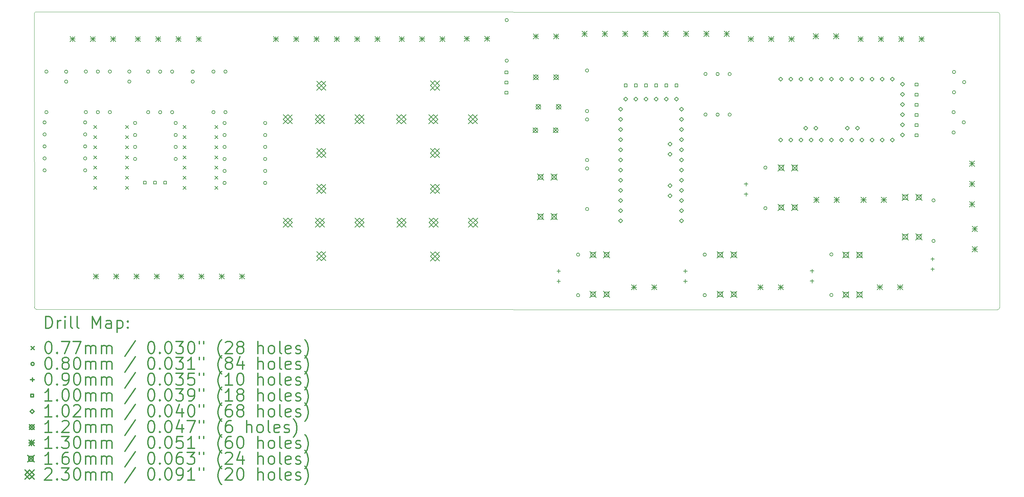
<source format=gbr>
%FSLAX45Y45*%
G04 Gerber Fmt 4.5, Leading zero omitted, Abs format (unit mm)*
G04 Created by KiCad (PCBNEW (5.1.9)-1) date 2023-01-30 16:09:12*
%MOMM*%
%LPD*%
G01*
G04 APERTURE LIST*
%TA.AperFunction,Profile*%
%ADD10C,0.050000*%
%TD*%
%ADD11C,0.200000*%
%ADD12C,0.300000*%
G04 APERTURE END LIST*
D10*
X3950000Y-4019000D02*
X3952000Y-11369000D01*
X4002000Y-11419000D02*
G75*
G02*
X3952000Y-11369000I0J50000D01*
G01*
X28052000Y-11428000D02*
X4002000Y-11419000D01*
X28102000Y-11378000D02*
G75*
G02*
X28052000Y-11428000I-50000J0D01*
G01*
X3950000Y-4019000D02*
G75*
G02*
X4000000Y-3969000I50000J0D01*
G01*
X28050000Y-3978000D02*
X4000000Y-3969000D01*
X28100000Y-4028000D02*
X28102000Y-11378000D01*
X28050000Y-3978000D02*
G75*
G02*
X28100000Y-4028000I0J-50000D01*
G01*
D11*
X5436500Y-6812500D02*
X5513500Y-6889500D01*
X5513500Y-6812500D02*
X5436500Y-6889500D01*
X5436500Y-7066500D02*
X5513500Y-7143500D01*
X5513500Y-7066500D02*
X5436500Y-7143500D01*
X5436500Y-7320500D02*
X5513500Y-7397500D01*
X5513500Y-7320500D02*
X5436500Y-7397500D01*
X5436500Y-7574500D02*
X5513500Y-7651500D01*
X5513500Y-7574500D02*
X5436500Y-7651500D01*
X5436500Y-7828500D02*
X5513500Y-7905500D01*
X5513500Y-7828500D02*
X5436500Y-7905500D01*
X5436500Y-8082500D02*
X5513500Y-8159500D01*
X5513500Y-8082500D02*
X5436500Y-8159500D01*
X5436500Y-8336500D02*
X5513500Y-8413500D01*
X5513500Y-8336500D02*
X5436500Y-8413500D01*
X6230500Y-6812500D02*
X6307500Y-6889500D01*
X6307500Y-6812500D02*
X6230500Y-6889500D01*
X6230500Y-7066500D02*
X6307500Y-7143500D01*
X6307500Y-7066500D02*
X6230500Y-7143500D01*
X6230500Y-7320500D02*
X6307500Y-7397500D01*
X6307500Y-7320500D02*
X6230500Y-7397500D01*
X6230500Y-7574500D02*
X6307500Y-7651500D01*
X6307500Y-7574500D02*
X6230500Y-7651500D01*
X6230500Y-7828500D02*
X6307500Y-7905500D01*
X6307500Y-7828500D02*
X6230500Y-7905500D01*
X6230500Y-8082500D02*
X6307500Y-8159500D01*
X6307500Y-8082500D02*
X6230500Y-8159500D01*
X6230500Y-8336500D02*
X6307500Y-8413500D01*
X6307500Y-8336500D02*
X6230500Y-8413500D01*
X7670500Y-6813500D02*
X7747500Y-6890500D01*
X7747500Y-6813500D02*
X7670500Y-6890500D01*
X7670500Y-7067500D02*
X7747500Y-7144500D01*
X7747500Y-7067500D02*
X7670500Y-7144500D01*
X7670500Y-7321500D02*
X7747500Y-7398500D01*
X7747500Y-7321500D02*
X7670500Y-7398500D01*
X7670500Y-7575500D02*
X7747500Y-7652500D01*
X7747500Y-7575500D02*
X7670500Y-7652500D01*
X7670500Y-7829500D02*
X7747500Y-7906500D01*
X7747500Y-7829500D02*
X7670500Y-7906500D01*
X7670500Y-8083500D02*
X7747500Y-8160500D01*
X7747500Y-8083500D02*
X7670500Y-8160500D01*
X7670500Y-8337500D02*
X7747500Y-8414500D01*
X7747500Y-8337500D02*
X7670500Y-8414500D01*
X8464500Y-6813500D02*
X8541500Y-6890500D01*
X8541500Y-6813500D02*
X8464500Y-6890500D01*
X8464500Y-7067500D02*
X8541500Y-7144500D01*
X8541500Y-7067500D02*
X8464500Y-7144500D01*
X8464500Y-7321500D02*
X8541500Y-7398500D01*
X8541500Y-7321500D02*
X8464500Y-7398500D01*
X8464500Y-7575500D02*
X8541500Y-7652500D01*
X8541500Y-7575500D02*
X8464500Y-7652500D01*
X8464500Y-7829500D02*
X8541500Y-7906500D01*
X8541500Y-7829500D02*
X8464500Y-7906500D01*
X8464500Y-8083500D02*
X8541500Y-8160500D01*
X8541500Y-8083500D02*
X8464500Y-8160500D01*
X8464500Y-8337500D02*
X8541500Y-8414500D01*
X8541500Y-8337500D02*
X8464500Y-8414500D01*
X4248000Y-6739000D02*
G75*
G03*
X4248000Y-6739000I-40000J0D01*
G01*
X4248000Y-7040000D02*
G75*
G03*
X4248000Y-7040000I-40000J0D01*
G01*
X4248000Y-7340000D02*
G75*
G03*
X4248000Y-7340000I-40000J0D01*
G01*
X4248000Y-7640000D02*
G75*
G03*
X4248000Y-7640000I-40000J0D01*
G01*
X4248000Y-7940000D02*
G75*
G03*
X4248000Y-7940000I-40000J0D01*
G01*
X4293000Y-5468000D02*
G75*
G03*
X4293000Y-5468000I-40000J0D01*
G01*
X4293000Y-6484000D02*
G75*
G03*
X4293000Y-6484000I-40000J0D01*
G01*
X4788000Y-5468000D02*
G75*
G03*
X4788000Y-5468000I-40000J0D01*
G01*
X4788000Y-5718000D02*
G75*
G03*
X4788000Y-5718000I-40000J0D01*
G01*
X5264000Y-6739000D02*
G75*
G03*
X5264000Y-6739000I-40000J0D01*
G01*
X5264000Y-7040000D02*
G75*
G03*
X5264000Y-7040000I-40000J0D01*
G01*
X5264000Y-7340000D02*
G75*
G03*
X5264000Y-7340000I-40000J0D01*
G01*
X5264000Y-7640000D02*
G75*
G03*
X5264000Y-7640000I-40000J0D01*
G01*
X5264000Y-7940000D02*
G75*
G03*
X5264000Y-7940000I-40000J0D01*
G01*
X5280000Y-5467000D02*
G75*
G03*
X5280000Y-5467000I-40000J0D01*
G01*
X5280000Y-6483000D02*
G75*
G03*
X5280000Y-6483000I-40000J0D01*
G01*
X5581000Y-5467000D02*
G75*
G03*
X5581000Y-5467000I-40000J0D01*
G01*
X5581000Y-6483000D02*
G75*
G03*
X5581000Y-6483000I-40000J0D01*
G01*
X5881000Y-5467000D02*
G75*
G03*
X5881000Y-5467000I-40000J0D01*
G01*
X5881000Y-6483000D02*
G75*
G03*
X5881000Y-6483000I-40000J0D01*
G01*
X6368000Y-5466000D02*
G75*
G03*
X6368000Y-5466000I-40000J0D01*
G01*
X6368000Y-5716000D02*
G75*
G03*
X6368000Y-5716000I-40000J0D01*
G01*
X6512000Y-6754000D02*
G75*
G03*
X6512000Y-6754000I-40000J0D01*
G01*
X6512000Y-7054000D02*
G75*
G03*
X6512000Y-7054000I-40000J0D01*
G01*
X6512000Y-7354000D02*
G75*
G03*
X6512000Y-7354000I-40000J0D01*
G01*
X6512000Y-7654000D02*
G75*
G03*
X6512000Y-7654000I-40000J0D01*
G01*
X6840000Y-5468000D02*
G75*
G03*
X6840000Y-5468000I-40000J0D01*
G01*
X6840000Y-6484000D02*
G75*
G03*
X6840000Y-6484000I-40000J0D01*
G01*
X7140000Y-5468000D02*
G75*
G03*
X7140000Y-5468000I-40000J0D01*
G01*
X7140000Y-6484000D02*
G75*
G03*
X7140000Y-6484000I-40000J0D01*
G01*
X7440000Y-5468000D02*
G75*
G03*
X7440000Y-5468000I-40000J0D01*
G01*
X7440000Y-6484000D02*
G75*
G03*
X7440000Y-6484000I-40000J0D01*
G01*
X7528000Y-6754000D02*
G75*
G03*
X7528000Y-6754000I-40000J0D01*
G01*
X7528000Y-7054000D02*
G75*
G03*
X7528000Y-7054000I-40000J0D01*
G01*
X7528000Y-7354000D02*
G75*
G03*
X7528000Y-7354000I-40000J0D01*
G01*
X7528000Y-7654000D02*
G75*
G03*
X7528000Y-7654000I-40000J0D01*
G01*
X7954000Y-5468000D02*
G75*
G03*
X7954000Y-5468000I-40000J0D01*
G01*
X7954000Y-5718000D02*
G75*
G03*
X7954000Y-5718000I-40000J0D01*
G01*
X8473000Y-5467000D02*
G75*
G03*
X8473000Y-5467000I-40000J0D01*
G01*
X8473000Y-6483000D02*
G75*
G03*
X8473000Y-6483000I-40000J0D01*
G01*
X8751000Y-6755000D02*
G75*
G03*
X8751000Y-6755000I-40000J0D01*
G01*
X8751000Y-7055000D02*
G75*
G03*
X8751000Y-7055000I-40000J0D01*
G01*
X8751000Y-7355000D02*
G75*
G03*
X8751000Y-7355000I-40000J0D01*
G01*
X8751000Y-7655000D02*
G75*
G03*
X8751000Y-7655000I-40000J0D01*
G01*
X8751000Y-7955000D02*
G75*
G03*
X8751000Y-7955000I-40000J0D01*
G01*
X8751000Y-8255000D02*
G75*
G03*
X8751000Y-8255000I-40000J0D01*
G01*
X8773000Y-5467000D02*
G75*
G03*
X8773000Y-5467000I-40000J0D01*
G01*
X8773000Y-6483000D02*
G75*
G03*
X8773000Y-6483000I-40000J0D01*
G01*
X9767000Y-6755000D02*
G75*
G03*
X9767000Y-6755000I-40000J0D01*
G01*
X9767000Y-7055000D02*
G75*
G03*
X9767000Y-7055000I-40000J0D01*
G01*
X9767000Y-7355000D02*
G75*
G03*
X9767000Y-7355000I-40000J0D01*
G01*
X9767000Y-7655000D02*
G75*
G03*
X9767000Y-7655000I-40000J0D01*
G01*
X9767000Y-7955000D02*
G75*
G03*
X9767000Y-7955000I-40000J0D01*
G01*
X9767000Y-8255000D02*
G75*
G03*
X9767000Y-8255000I-40000J0D01*
G01*
X15810000Y-4176000D02*
G75*
G03*
X15810000Y-4176000I-40000J0D01*
G01*
X15810000Y-5192000D02*
G75*
G03*
X15810000Y-5192000I-40000J0D01*
G01*
X17596000Y-10050000D02*
G75*
G03*
X17596000Y-10050000I-40000J0D01*
G01*
X17596000Y-11066000D02*
G75*
G03*
X17596000Y-11066000I-40000J0D01*
G01*
X17820000Y-5439000D02*
G75*
G03*
X17820000Y-5439000I-40000J0D01*
G01*
X17820000Y-6455000D02*
G75*
G03*
X17820000Y-6455000I-40000J0D01*
G01*
X17821000Y-6665000D02*
G75*
G03*
X17821000Y-6665000I-40000J0D01*
G01*
X17821000Y-7681000D02*
G75*
G03*
X17821000Y-7681000I-40000J0D01*
G01*
X17822000Y-7893000D02*
G75*
G03*
X17822000Y-7893000I-40000J0D01*
G01*
X17822000Y-8909000D02*
G75*
G03*
X17822000Y-8909000I-40000J0D01*
G01*
X20764000Y-10050000D02*
G75*
G03*
X20764000Y-10050000I-40000J0D01*
G01*
X20764000Y-11066000D02*
G75*
G03*
X20764000Y-11066000I-40000J0D01*
G01*
X20784000Y-5527000D02*
G75*
G03*
X20784000Y-5527000I-40000J0D01*
G01*
X20784000Y-6543000D02*
G75*
G03*
X20784000Y-6543000I-40000J0D01*
G01*
X21087000Y-5528000D02*
G75*
G03*
X21087000Y-5528000I-40000J0D01*
G01*
X21087000Y-6544000D02*
G75*
G03*
X21087000Y-6544000I-40000J0D01*
G01*
X21387000Y-5528000D02*
G75*
G03*
X21387000Y-5528000I-40000J0D01*
G01*
X21387000Y-6544000D02*
G75*
G03*
X21387000Y-6544000I-40000J0D01*
G01*
X22282000Y-7872000D02*
G75*
G03*
X22282000Y-7872000I-40000J0D01*
G01*
X22282000Y-8888000D02*
G75*
G03*
X22282000Y-8888000I-40000J0D01*
G01*
X23933000Y-10045000D02*
G75*
G03*
X23933000Y-10045000I-40000J0D01*
G01*
X23933000Y-11061000D02*
G75*
G03*
X23933000Y-11061000I-40000J0D01*
G01*
X26489000Y-8692000D02*
G75*
G03*
X26489000Y-8692000I-40000J0D01*
G01*
X26489000Y-9708000D02*
G75*
G03*
X26489000Y-9708000I-40000J0D01*
G01*
X26991000Y-6483000D02*
G75*
G03*
X26991000Y-6483000I-40000J0D01*
G01*
X26991000Y-6991000D02*
G75*
G03*
X26991000Y-6991000I-40000J0D01*
G01*
X27001000Y-5477000D02*
G75*
G03*
X27001000Y-5477000I-40000J0D01*
G01*
X27001000Y-5985000D02*
G75*
G03*
X27001000Y-5985000I-40000J0D01*
G01*
X27245000Y-6737000D02*
G75*
G03*
X27245000Y-6737000I-40000J0D01*
G01*
X27255000Y-5731000D02*
G75*
G03*
X27255000Y-5731000I-40000J0D01*
G01*
X17072000Y-10416000D02*
X17072000Y-10506000D01*
X17027000Y-10461000D02*
X17117000Y-10461000D01*
X17072000Y-10670000D02*
X17072000Y-10760000D01*
X17027000Y-10715000D02*
X17117000Y-10715000D01*
X20240000Y-10416000D02*
X20240000Y-10506000D01*
X20195000Y-10461000D02*
X20285000Y-10461000D01*
X20240000Y-10670000D02*
X20240000Y-10760000D01*
X20195000Y-10715000D02*
X20285000Y-10715000D01*
X21758000Y-8237000D02*
X21758000Y-8327000D01*
X21713000Y-8282000D02*
X21803000Y-8282000D01*
X21758000Y-8491000D02*
X21758000Y-8581000D01*
X21713000Y-8536000D02*
X21803000Y-8536000D01*
X23410000Y-10414000D02*
X23410000Y-10504000D01*
X23365000Y-10459000D02*
X23455000Y-10459000D01*
X23410000Y-10668000D02*
X23410000Y-10758000D01*
X23365000Y-10713000D02*
X23455000Y-10713000D01*
X26426000Y-10114000D02*
X26426000Y-10204000D01*
X26381000Y-10159000D02*
X26471000Y-10159000D01*
X26426000Y-10368000D02*
X26426000Y-10458000D01*
X26381000Y-10413000D02*
X26471000Y-10413000D01*
X6750356Y-8281356D02*
X6750356Y-8210644D01*
X6679644Y-8210644D01*
X6679644Y-8281356D01*
X6750356Y-8281356D01*
X7004356Y-8281356D02*
X7004356Y-8210644D01*
X6933644Y-8210644D01*
X6933644Y-8281356D01*
X7004356Y-8281356D01*
X7258356Y-8281356D02*
X7258356Y-8210644D01*
X7187644Y-8210644D01*
X7187644Y-8281356D01*
X7258356Y-8281356D01*
X15798356Y-5523356D02*
X15798356Y-5452644D01*
X15727644Y-5452644D01*
X15727644Y-5523356D01*
X15798356Y-5523356D01*
X15798356Y-5777356D02*
X15798356Y-5706644D01*
X15727644Y-5706644D01*
X15727644Y-5777356D01*
X15798356Y-5777356D01*
X15798356Y-6031356D02*
X15798356Y-5960644D01*
X15727644Y-5960644D01*
X15727644Y-6031356D01*
X15798356Y-6031356D01*
X18784356Y-5846356D02*
X18784356Y-5775644D01*
X18713644Y-5775644D01*
X18713644Y-5846356D01*
X18784356Y-5846356D01*
X19038356Y-5846356D02*
X19038356Y-5775644D01*
X18967644Y-5775644D01*
X18967644Y-5846356D01*
X19038356Y-5846356D01*
X19292356Y-5846356D02*
X19292356Y-5775644D01*
X19221644Y-5775644D01*
X19221644Y-5846356D01*
X19292356Y-5846356D01*
X19546356Y-5846356D02*
X19546356Y-5775644D01*
X19475644Y-5775644D01*
X19475644Y-5846356D01*
X19546356Y-5846356D01*
X19800356Y-5846356D02*
X19800356Y-5775644D01*
X19729644Y-5775644D01*
X19729644Y-5846356D01*
X19800356Y-5846356D01*
X20054356Y-5846356D02*
X20054356Y-5775644D01*
X19983644Y-5775644D01*
X19983644Y-5846356D01*
X20054356Y-5846356D01*
X26060356Y-5823356D02*
X26060356Y-5752644D01*
X25989644Y-5752644D01*
X25989644Y-5823356D01*
X26060356Y-5823356D01*
X26060356Y-6077356D02*
X26060356Y-6006644D01*
X25989644Y-6006644D01*
X25989644Y-6077356D01*
X26060356Y-6077356D01*
X26060356Y-6331356D02*
X26060356Y-6260644D01*
X25989644Y-6260644D01*
X25989644Y-6331356D01*
X26060356Y-6331356D01*
X26060356Y-6585356D02*
X26060356Y-6514644D01*
X25989644Y-6514644D01*
X25989644Y-6585356D01*
X26060356Y-6585356D01*
X26060356Y-6839356D02*
X26060356Y-6768644D01*
X25989644Y-6768644D01*
X25989644Y-6839356D01*
X26060356Y-6839356D01*
X26060356Y-7093356D02*
X26060356Y-7022644D01*
X25989644Y-7022644D01*
X25989644Y-7093356D01*
X26060356Y-7093356D01*
X18622000Y-6455800D02*
X18672800Y-6405000D01*
X18622000Y-6354200D01*
X18571200Y-6405000D01*
X18622000Y-6455800D01*
X18622000Y-6709800D02*
X18672800Y-6659000D01*
X18622000Y-6608200D01*
X18571200Y-6659000D01*
X18622000Y-6709800D01*
X18622000Y-6963800D02*
X18672800Y-6913000D01*
X18622000Y-6862200D01*
X18571200Y-6913000D01*
X18622000Y-6963800D01*
X18622000Y-7217800D02*
X18672800Y-7167000D01*
X18622000Y-7116200D01*
X18571200Y-7167000D01*
X18622000Y-7217800D01*
X18622000Y-7471800D02*
X18672800Y-7421000D01*
X18622000Y-7370200D01*
X18571200Y-7421000D01*
X18622000Y-7471800D01*
X18622000Y-7725800D02*
X18672800Y-7675000D01*
X18622000Y-7624200D01*
X18571200Y-7675000D01*
X18622000Y-7725800D01*
X18622000Y-7979800D02*
X18672800Y-7929000D01*
X18622000Y-7878200D01*
X18571200Y-7929000D01*
X18622000Y-7979800D01*
X18622000Y-8233800D02*
X18672800Y-8183000D01*
X18622000Y-8132200D01*
X18571200Y-8183000D01*
X18622000Y-8233800D01*
X18622000Y-8487800D02*
X18672800Y-8437000D01*
X18622000Y-8386200D01*
X18571200Y-8437000D01*
X18622000Y-8487800D01*
X18622000Y-8741800D02*
X18672800Y-8691000D01*
X18622000Y-8640200D01*
X18571200Y-8691000D01*
X18622000Y-8741800D01*
X18622000Y-8995800D02*
X18672800Y-8945000D01*
X18622000Y-8894200D01*
X18571200Y-8945000D01*
X18622000Y-8995800D01*
X18622000Y-9249800D02*
X18672800Y-9199000D01*
X18622000Y-9148200D01*
X18571200Y-9199000D01*
X18622000Y-9249800D01*
X18749000Y-6201800D02*
X18799800Y-6151000D01*
X18749000Y-6100200D01*
X18698200Y-6151000D01*
X18749000Y-6201800D01*
X19003000Y-6201800D02*
X19053800Y-6151000D01*
X19003000Y-6100200D01*
X18952200Y-6151000D01*
X19003000Y-6201800D01*
X19257000Y-6201800D02*
X19307800Y-6151000D01*
X19257000Y-6100200D01*
X19206200Y-6151000D01*
X19257000Y-6201800D01*
X19511000Y-6201800D02*
X19561800Y-6151000D01*
X19511000Y-6100200D01*
X19460200Y-6151000D01*
X19511000Y-6201800D01*
X19765000Y-6201800D02*
X19815800Y-6151000D01*
X19765000Y-6100200D01*
X19714200Y-6151000D01*
X19765000Y-6201800D01*
X19853900Y-7332100D02*
X19904700Y-7281300D01*
X19853900Y-7230500D01*
X19803100Y-7281300D01*
X19853900Y-7332100D01*
X19853900Y-7586100D02*
X19904700Y-7535300D01*
X19853900Y-7484500D01*
X19803100Y-7535300D01*
X19853900Y-7586100D01*
X19853900Y-8373500D02*
X19904700Y-8322700D01*
X19853900Y-8271900D01*
X19803100Y-8322700D01*
X19853900Y-8373500D01*
X19853900Y-8627500D02*
X19904700Y-8576700D01*
X19853900Y-8525900D01*
X19803100Y-8576700D01*
X19853900Y-8627500D01*
X20019000Y-6201800D02*
X20069800Y-6151000D01*
X20019000Y-6100200D01*
X19968200Y-6151000D01*
X20019000Y-6201800D01*
X20146000Y-6455800D02*
X20196800Y-6405000D01*
X20146000Y-6354200D01*
X20095200Y-6405000D01*
X20146000Y-6455800D01*
X20146000Y-6709800D02*
X20196800Y-6659000D01*
X20146000Y-6608200D01*
X20095200Y-6659000D01*
X20146000Y-6709800D01*
X20146000Y-6963800D02*
X20196800Y-6913000D01*
X20146000Y-6862200D01*
X20095200Y-6913000D01*
X20146000Y-6963800D01*
X20146000Y-7217800D02*
X20196800Y-7167000D01*
X20146000Y-7116200D01*
X20095200Y-7167000D01*
X20146000Y-7217800D01*
X20146000Y-7471800D02*
X20196800Y-7421000D01*
X20146000Y-7370200D01*
X20095200Y-7421000D01*
X20146000Y-7471800D01*
X20146000Y-7725800D02*
X20196800Y-7675000D01*
X20146000Y-7624200D01*
X20095200Y-7675000D01*
X20146000Y-7725800D01*
X20146000Y-7979800D02*
X20196800Y-7929000D01*
X20146000Y-7878200D01*
X20095200Y-7929000D01*
X20146000Y-7979800D01*
X20146000Y-8233800D02*
X20196800Y-8183000D01*
X20146000Y-8132200D01*
X20095200Y-8183000D01*
X20146000Y-8233800D01*
X20146000Y-8487800D02*
X20196800Y-8437000D01*
X20146000Y-8386200D01*
X20095200Y-8437000D01*
X20146000Y-8487800D01*
X20146000Y-8741800D02*
X20196800Y-8691000D01*
X20146000Y-8640200D01*
X20095200Y-8691000D01*
X20146000Y-8741800D01*
X20146000Y-8995800D02*
X20196800Y-8945000D01*
X20146000Y-8894200D01*
X20095200Y-8945000D01*
X20146000Y-8995800D01*
X20146000Y-9249800D02*
X20196800Y-9199000D01*
X20146000Y-9148200D01*
X20095200Y-9199000D01*
X20146000Y-9249800D01*
X22629000Y-5702800D02*
X22679800Y-5652000D01*
X22629000Y-5601200D01*
X22578200Y-5652000D01*
X22629000Y-5702800D01*
X22629000Y-7226800D02*
X22679800Y-7176000D01*
X22629000Y-7125200D01*
X22578200Y-7176000D01*
X22629000Y-7226800D01*
X22883000Y-5702800D02*
X22933800Y-5652000D01*
X22883000Y-5601200D01*
X22832200Y-5652000D01*
X22883000Y-5702800D01*
X22883000Y-7226800D02*
X22933800Y-7176000D01*
X22883000Y-7125200D01*
X22832200Y-7176000D01*
X22883000Y-7226800D01*
X23137000Y-5702800D02*
X23187800Y-5652000D01*
X23137000Y-5601200D01*
X23086200Y-5652000D01*
X23137000Y-5702800D01*
X23137000Y-7226800D02*
X23187800Y-7176000D01*
X23137000Y-7125200D01*
X23086200Y-7176000D01*
X23137000Y-7226800D01*
X23251300Y-6934700D02*
X23302100Y-6883900D01*
X23251300Y-6833100D01*
X23200500Y-6883900D01*
X23251300Y-6934700D01*
X23391000Y-5702800D02*
X23441800Y-5652000D01*
X23391000Y-5601200D01*
X23340200Y-5652000D01*
X23391000Y-5702800D01*
X23391000Y-7226800D02*
X23441800Y-7176000D01*
X23391000Y-7125200D01*
X23340200Y-7176000D01*
X23391000Y-7226800D01*
X23505300Y-6934700D02*
X23556100Y-6883900D01*
X23505300Y-6833100D01*
X23454500Y-6883900D01*
X23505300Y-6934700D01*
X23645000Y-5702800D02*
X23695800Y-5652000D01*
X23645000Y-5601200D01*
X23594200Y-5652000D01*
X23645000Y-5702800D01*
X23645000Y-7226800D02*
X23695800Y-7176000D01*
X23645000Y-7125200D01*
X23594200Y-7176000D01*
X23645000Y-7226800D01*
X23899000Y-5702800D02*
X23949800Y-5652000D01*
X23899000Y-5601200D01*
X23848200Y-5652000D01*
X23899000Y-5702800D01*
X23899000Y-7226800D02*
X23949800Y-7176000D01*
X23899000Y-7125200D01*
X23848200Y-7176000D01*
X23899000Y-7226800D01*
X24153000Y-5702800D02*
X24203800Y-5652000D01*
X24153000Y-5601200D01*
X24102200Y-5652000D01*
X24153000Y-5702800D01*
X24153000Y-7226800D02*
X24203800Y-7176000D01*
X24153000Y-7125200D01*
X24102200Y-7176000D01*
X24153000Y-7226800D01*
X24292700Y-6934700D02*
X24343500Y-6883900D01*
X24292700Y-6833100D01*
X24241900Y-6883900D01*
X24292700Y-6934700D01*
X24407000Y-5702800D02*
X24457800Y-5652000D01*
X24407000Y-5601200D01*
X24356200Y-5652000D01*
X24407000Y-5702800D01*
X24407000Y-7226800D02*
X24457800Y-7176000D01*
X24407000Y-7125200D01*
X24356200Y-7176000D01*
X24407000Y-7226800D01*
X24546700Y-6934700D02*
X24597500Y-6883900D01*
X24546700Y-6833100D01*
X24495900Y-6883900D01*
X24546700Y-6934700D01*
X24661000Y-5702800D02*
X24711800Y-5652000D01*
X24661000Y-5601200D01*
X24610200Y-5652000D01*
X24661000Y-5702800D01*
X24661000Y-7226800D02*
X24711800Y-7176000D01*
X24661000Y-7125200D01*
X24610200Y-7176000D01*
X24661000Y-7226800D01*
X24915000Y-5702800D02*
X24965800Y-5652000D01*
X24915000Y-5601200D01*
X24864200Y-5652000D01*
X24915000Y-5702800D01*
X24915000Y-7226800D02*
X24965800Y-7176000D01*
X24915000Y-7125200D01*
X24864200Y-7176000D01*
X24915000Y-7226800D01*
X25169000Y-5702800D02*
X25219800Y-5652000D01*
X25169000Y-5601200D01*
X25118200Y-5652000D01*
X25169000Y-5702800D01*
X25169000Y-7226800D02*
X25219800Y-7176000D01*
X25169000Y-7125200D01*
X25118200Y-7176000D01*
X25169000Y-7226800D01*
X25423000Y-5702800D02*
X25473800Y-5652000D01*
X25423000Y-5601200D01*
X25372200Y-5652000D01*
X25423000Y-5702800D01*
X25423000Y-7226800D02*
X25473800Y-7176000D01*
X25423000Y-7125200D01*
X25372200Y-7176000D01*
X25423000Y-7226800D01*
X25677000Y-5829800D02*
X25727800Y-5779000D01*
X25677000Y-5728200D01*
X25626200Y-5779000D01*
X25677000Y-5829800D01*
X25677000Y-6083800D02*
X25727800Y-6033000D01*
X25677000Y-5982200D01*
X25626200Y-6033000D01*
X25677000Y-6083800D01*
X25677000Y-6337800D02*
X25727800Y-6287000D01*
X25677000Y-6236200D01*
X25626200Y-6287000D01*
X25677000Y-6337800D01*
X25677000Y-6591800D02*
X25727800Y-6541000D01*
X25677000Y-6490200D01*
X25626200Y-6541000D01*
X25677000Y-6591800D01*
X25677000Y-6845800D02*
X25727800Y-6795000D01*
X25677000Y-6744200D01*
X25626200Y-6795000D01*
X25677000Y-6845800D01*
X25677000Y-7099800D02*
X25727800Y-7049000D01*
X25677000Y-6998200D01*
X25626200Y-7049000D01*
X25677000Y-7099800D01*
X16429000Y-6877000D02*
X16549000Y-6997000D01*
X16549000Y-6877000D02*
X16429000Y-6997000D01*
X16549000Y-6937000D02*
G75*
G03*
X16549000Y-6937000I-60000J0D01*
G01*
X16439000Y-5548000D02*
X16559000Y-5668000D01*
X16559000Y-5548000D02*
X16439000Y-5668000D01*
X16559000Y-5608000D02*
G75*
G03*
X16559000Y-5608000I-60000J0D01*
G01*
X16502000Y-6287000D02*
X16622000Y-6407000D01*
X16622000Y-6287000D02*
X16502000Y-6407000D01*
X16622000Y-6347000D02*
G75*
G03*
X16622000Y-6347000I-60000J0D01*
G01*
X16937000Y-6877000D02*
X17057000Y-6997000D01*
X17057000Y-6877000D02*
X16937000Y-6997000D01*
X17057000Y-6937000D02*
G75*
G03*
X17057000Y-6937000I-60000J0D01*
G01*
X16947000Y-5548000D02*
X17067000Y-5668000D01*
X17067000Y-5548000D02*
X16947000Y-5668000D01*
X17067000Y-5608000D02*
G75*
G03*
X17067000Y-5608000I-60000J0D01*
G01*
X17010000Y-6287000D02*
X17130000Y-6407000D01*
X17130000Y-6287000D02*
X17010000Y-6407000D01*
X17130000Y-6347000D02*
G75*
G03*
X17130000Y-6347000I-60000J0D01*
G01*
X4844000Y-4585000D02*
X4974000Y-4715000D01*
X4974000Y-4585000D02*
X4844000Y-4715000D01*
X4909000Y-4585000D02*
X4909000Y-4715000D01*
X4844000Y-4650000D02*
X4974000Y-4650000D01*
X5352000Y-4585000D02*
X5482000Y-4715000D01*
X5482000Y-4585000D02*
X5352000Y-4715000D01*
X5417000Y-4585000D02*
X5417000Y-4715000D01*
X5352000Y-4650000D02*
X5482000Y-4650000D01*
X5428000Y-10528000D02*
X5558000Y-10658000D01*
X5558000Y-10528000D02*
X5428000Y-10658000D01*
X5493000Y-10528000D02*
X5493000Y-10658000D01*
X5428000Y-10593000D02*
X5558000Y-10593000D01*
X5860000Y-4585000D02*
X5990000Y-4715000D01*
X5990000Y-4585000D02*
X5860000Y-4715000D01*
X5925000Y-4585000D02*
X5925000Y-4715000D01*
X5860000Y-4650000D02*
X5990000Y-4650000D01*
X5936000Y-10528000D02*
X6066000Y-10658000D01*
X6066000Y-10528000D02*
X5936000Y-10658000D01*
X6001000Y-10528000D02*
X6001000Y-10658000D01*
X5936000Y-10593000D02*
X6066000Y-10593000D01*
X6444000Y-10528000D02*
X6574000Y-10658000D01*
X6574000Y-10528000D02*
X6444000Y-10658000D01*
X6509000Y-10528000D02*
X6509000Y-10658000D01*
X6444000Y-10593000D02*
X6574000Y-10593000D01*
X6480000Y-4585000D02*
X6610000Y-4715000D01*
X6610000Y-4585000D02*
X6480000Y-4715000D01*
X6545000Y-4585000D02*
X6545000Y-4715000D01*
X6480000Y-4650000D02*
X6610000Y-4650000D01*
X6952000Y-10528000D02*
X7082000Y-10658000D01*
X7082000Y-10528000D02*
X6952000Y-10658000D01*
X7017000Y-10528000D02*
X7017000Y-10658000D01*
X6952000Y-10593000D02*
X7082000Y-10593000D01*
X6988000Y-4585000D02*
X7118000Y-4715000D01*
X7118000Y-4585000D02*
X6988000Y-4715000D01*
X7053000Y-4585000D02*
X7053000Y-4715000D01*
X6988000Y-4650000D02*
X7118000Y-4650000D01*
X7496000Y-4585000D02*
X7626000Y-4715000D01*
X7626000Y-4585000D02*
X7496000Y-4715000D01*
X7561000Y-4585000D02*
X7561000Y-4715000D01*
X7496000Y-4650000D02*
X7626000Y-4650000D01*
X7560000Y-10528000D02*
X7690000Y-10658000D01*
X7690000Y-10528000D02*
X7560000Y-10658000D01*
X7625000Y-10528000D02*
X7625000Y-10658000D01*
X7560000Y-10593000D02*
X7690000Y-10593000D01*
X8004000Y-4585000D02*
X8134000Y-4715000D01*
X8134000Y-4585000D02*
X8004000Y-4715000D01*
X8069000Y-4585000D02*
X8069000Y-4715000D01*
X8004000Y-4650000D02*
X8134000Y-4650000D01*
X8068000Y-10528000D02*
X8198000Y-10658000D01*
X8198000Y-10528000D02*
X8068000Y-10658000D01*
X8133000Y-10528000D02*
X8133000Y-10658000D01*
X8068000Y-10593000D02*
X8198000Y-10593000D01*
X8576000Y-10528000D02*
X8706000Y-10658000D01*
X8706000Y-10528000D02*
X8576000Y-10658000D01*
X8641000Y-10528000D02*
X8641000Y-10658000D01*
X8576000Y-10593000D02*
X8706000Y-10593000D01*
X9084000Y-10528000D02*
X9214000Y-10658000D01*
X9214000Y-10528000D02*
X9084000Y-10658000D01*
X9149000Y-10528000D02*
X9149000Y-10658000D01*
X9084000Y-10593000D02*
X9214000Y-10593000D01*
X9931000Y-4585000D02*
X10061000Y-4715000D01*
X10061000Y-4585000D02*
X9931000Y-4715000D01*
X9996000Y-4585000D02*
X9996000Y-4715000D01*
X9931000Y-4650000D02*
X10061000Y-4650000D01*
X10439000Y-4585000D02*
X10569000Y-4715000D01*
X10569000Y-4585000D02*
X10439000Y-4715000D01*
X10504000Y-4585000D02*
X10504000Y-4715000D01*
X10439000Y-4650000D02*
X10569000Y-4650000D01*
X10947000Y-4585000D02*
X11077000Y-4715000D01*
X11077000Y-4585000D02*
X10947000Y-4715000D01*
X11012000Y-4585000D02*
X11012000Y-4715000D01*
X10947000Y-4650000D02*
X11077000Y-4650000D01*
X11455000Y-4585000D02*
X11585000Y-4715000D01*
X11585000Y-4585000D02*
X11455000Y-4715000D01*
X11520000Y-4585000D02*
X11520000Y-4715000D01*
X11455000Y-4650000D02*
X11585000Y-4650000D01*
X11963000Y-4585000D02*
X12093000Y-4715000D01*
X12093000Y-4585000D02*
X11963000Y-4715000D01*
X12028000Y-4585000D02*
X12028000Y-4715000D01*
X11963000Y-4650000D02*
X12093000Y-4650000D01*
X12471000Y-4585000D02*
X12601000Y-4715000D01*
X12601000Y-4585000D02*
X12471000Y-4715000D01*
X12536000Y-4585000D02*
X12536000Y-4715000D01*
X12471000Y-4650000D02*
X12601000Y-4650000D01*
X13079000Y-4585000D02*
X13209000Y-4715000D01*
X13209000Y-4585000D02*
X13079000Y-4715000D01*
X13144000Y-4585000D02*
X13144000Y-4715000D01*
X13079000Y-4650000D02*
X13209000Y-4650000D01*
X13587000Y-4585000D02*
X13717000Y-4715000D01*
X13717000Y-4585000D02*
X13587000Y-4715000D01*
X13652000Y-4585000D02*
X13652000Y-4715000D01*
X13587000Y-4650000D02*
X13717000Y-4650000D01*
X14095000Y-4585000D02*
X14225000Y-4715000D01*
X14225000Y-4585000D02*
X14095000Y-4715000D01*
X14160000Y-4585000D02*
X14160000Y-4715000D01*
X14095000Y-4650000D02*
X14225000Y-4650000D01*
X14708000Y-4578000D02*
X14838000Y-4708000D01*
X14838000Y-4578000D02*
X14708000Y-4708000D01*
X14773000Y-4578000D02*
X14773000Y-4708000D01*
X14708000Y-4643000D02*
X14838000Y-4643000D01*
X15216000Y-4578000D02*
X15346000Y-4708000D01*
X15346000Y-4578000D02*
X15216000Y-4708000D01*
X15281000Y-4578000D02*
X15281000Y-4708000D01*
X15216000Y-4643000D02*
X15346000Y-4643000D01*
X16436000Y-4517000D02*
X16566000Y-4647000D01*
X16566000Y-4517000D02*
X16436000Y-4647000D01*
X16501000Y-4517000D02*
X16501000Y-4647000D01*
X16436000Y-4582000D02*
X16566000Y-4582000D01*
X16944000Y-4517000D02*
X17074000Y-4647000D01*
X17074000Y-4517000D02*
X16944000Y-4647000D01*
X17009000Y-4517000D02*
X17009000Y-4647000D01*
X16944000Y-4582000D02*
X17074000Y-4582000D01*
X17651000Y-4455000D02*
X17781000Y-4585000D01*
X17781000Y-4455000D02*
X17651000Y-4585000D01*
X17716000Y-4455000D02*
X17716000Y-4585000D01*
X17651000Y-4520000D02*
X17781000Y-4520000D01*
X18159000Y-4455000D02*
X18289000Y-4585000D01*
X18289000Y-4455000D02*
X18159000Y-4585000D01*
X18224000Y-4455000D02*
X18224000Y-4585000D01*
X18159000Y-4520000D02*
X18289000Y-4520000D01*
X18667000Y-4455000D02*
X18797000Y-4585000D01*
X18797000Y-4455000D02*
X18667000Y-4585000D01*
X18732000Y-4455000D02*
X18732000Y-4585000D01*
X18667000Y-4520000D02*
X18797000Y-4520000D01*
X18888000Y-10803000D02*
X19018000Y-10933000D01*
X19018000Y-10803000D02*
X18888000Y-10933000D01*
X18953000Y-10803000D02*
X18953000Y-10933000D01*
X18888000Y-10868000D02*
X19018000Y-10868000D01*
X19175000Y-4455000D02*
X19305000Y-4585000D01*
X19305000Y-4455000D02*
X19175000Y-4585000D01*
X19240000Y-4455000D02*
X19240000Y-4585000D01*
X19175000Y-4520000D02*
X19305000Y-4520000D01*
X19396000Y-10803000D02*
X19526000Y-10933000D01*
X19526000Y-10803000D02*
X19396000Y-10933000D01*
X19461000Y-10803000D02*
X19461000Y-10933000D01*
X19396000Y-10868000D02*
X19526000Y-10868000D01*
X19683000Y-4455000D02*
X19813000Y-4585000D01*
X19813000Y-4455000D02*
X19683000Y-4585000D01*
X19748000Y-4455000D02*
X19748000Y-4585000D01*
X19683000Y-4520000D02*
X19813000Y-4520000D01*
X20191000Y-4455000D02*
X20321000Y-4585000D01*
X20321000Y-4455000D02*
X20191000Y-4585000D01*
X20256000Y-4455000D02*
X20256000Y-4585000D01*
X20191000Y-4520000D02*
X20321000Y-4520000D01*
X20699000Y-4455000D02*
X20829000Y-4585000D01*
X20829000Y-4455000D02*
X20699000Y-4585000D01*
X20764000Y-4455000D02*
X20764000Y-4585000D01*
X20699000Y-4520000D02*
X20829000Y-4520000D01*
X21207000Y-4455000D02*
X21337000Y-4585000D01*
X21337000Y-4455000D02*
X21207000Y-4585000D01*
X21272000Y-4455000D02*
X21272000Y-4585000D01*
X21207000Y-4520000D02*
X21337000Y-4520000D01*
X21815000Y-4585000D02*
X21945000Y-4715000D01*
X21945000Y-4585000D02*
X21815000Y-4715000D01*
X21880000Y-4585000D02*
X21880000Y-4715000D01*
X21815000Y-4650000D02*
X21945000Y-4650000D01*
X22056000Y-10803000D02*
X22186000Y-10933000D01*
X22186000Y-10803000D02*
X22056000Y-10933000D01*
X22121000Y-10803000D02*
X22121000Y-10933000D01*
X22056000Y-10868000D02*
X22186000Y-10868000D01*
X22323000Y-4585000D02*
X22453000Y-4715000D01*
X22453000Y-4585000D02*
X22323000Y-4715000D01*
X22388000Y-4585000D02*
X22388000Y-4715000D01*
X22323000Y-4650000D02*
X22453000Y-4650000D01*
X22564000Y-10803000D02*
X22694000Y-10933000D01*
X22694000Y-10803000D02*
X22564000Y-10933000D01*
X22629000Y-10803000D02*
X22629000Y-10933000D01*
X22564000Y-10868000D02*
X22694000Y-10868000D01*
X22831000Y-4585000D02*
X22961000Y-4715000D01*
X22961000Y-4585000D02*
X22831000Y-4715000D01*
X22896000Y-4585000D02*
X22896000Y-4715000D01*
X22831000Y-4650000D02*
X22961000Y-4650000D01*
X23441000Y-4516000D02*
X23571000Y-4646000D01*
X23571000Y-4516000D02*
X23441000Y-4646000D01*
X23506000Y-4516000D02*
X23506000Y-4646000D01*
X23441000Y-4581000D02*
X23571000Y-4581000D01*
X23453000Y-8614000D02*
X23583000Y-8744000D01*
X23583000Y-8614000D02*
X23453000Y-8744000D01*
X23518000Y-8614000D02*
X23518000Y-8744000D01*
X23453000Y-8679000D02*
X23583000Y-8679000D01*
X23949000Y-4516000D02*
X24079000Y-4646000D01*
X24079000Y-4516000D02*
X23949000Y-4646000D01*
X24014000Y-4516000D02*
X24014000Y-4646000D01*
X23949000Y-4581000D02*
X24079000Y-4581000D01*
X23961000Y-8614000D02*
X24091000Y-8744000D01*
X24091000Y-8614000D02*
X23961000Y-8744000D01*
X24026000Y-8614000D02*
X24026000Y-8744000D01*
X23961000Y-8679000D02*
X24091000Y-8679000D01*
X24564000Y-4585000D02*
X24694000Y-4715000D01*
X24694000Y-4585000D02*
X24564000Y-4715000D01*
X24629000Y-4585000D02*
X24629000Y-4715000D01*
X24564000Y-4650000D02*
X24694000Y-4650000D01*
X24635000Y-8612000D02*
X24765000Y-8742000D01*
X24765000Y-8612000D02*
X24635000Y-8742000D01*
X24700000Y-8612000D02*
X24700000Y-8742000D01*
X24635000Y-8677000D02*
X24765000Y-8677000D01*
X25042000Y-10801000D02*
X25172000Y-10931000D01*
X25172000Y-10801000D02*
X25042000Y-10931000D01*
X25107000Y-10801000D02*
X25107000Y-10931000D01*
X25042000Y-10866000D02*
X25172000Y-10866000D01*
X25072000Y-4585000D02*
X25202000Y-4715000D01*
X25202000Y-4585000D02*
X25072000Y-4715000D01*
X25137000Y-4585000D02*
X25137000Y-4715000D01*
X25072000Y-4650000D02*
X25202000Y-4650000D01*
X25143000Y-8612000D02*
X25273000Y-8742000D01*
X25273000Y-8612000D02*
X25143000Y-8742000D01*
X25208000Y-8612000D02*
X25208000Y-8742000D01*
X25143000Y-8677000D02*
X25273000Y-8677000D01*
X25550000Y-10801000D02*
X25680000Y-10931000D01*
X25680000Y-10801000D02*
X25550000Y-10931000D01*
X25615000Y-10801000D02*
X25615000Y-10931000D01*
X25550000Y-10866000D02*
X25680000Y-10866000D01*
X25580000Y-4585000D02*
X25710000Y-4715000D01*
X25710000Y-4585000D02*
X25580000Y-4715000D01*
X25645000Y-4585000D02*
X25645000Y-4715000D01*
X25580000Y-4650000D02*
X25710000Y-4650000D01*
X26088000Y-4585000D02*
X26218000Y-4715000D01*
X26218000Y-4585000D02*
X26088000Y-4715000D01*
X26153000Y-4585000D02*
X26153000Y-4715000D01*
X26088000Y-4650000D02*
X26218000Y-4650000D01*
X27347000Y-7707000D02*
X27477000Y-7837000D01*
X27477000Y-7707000D02*
X27347000Y-7837000D01*
X27412000Y-7707000D02*
X27412000Y-7837000D01*
X27347000Y-7772000D02*
X27477000Y-7772000D01*
X27347000Y-8215000D02*
X27477000Y-8345000D01*
X27477000Y-8215000D02*
X27347000Y-8345000D01*
X27412000Y-8215000D02*
X27412000Y-8345000D01*
X27347000Y-8280000D02*
X27477000Y-8280000D01*
X27347000Y-8723000D02*
X27477000Y-8853000D01*
X27477000Y-8723000D02*
X27347000Y-8853000D01*
X27412000Y-8723000D02*
X27412000Y-8853000D01*
X27347000Y-8788000D02*
X27477000Y-8788000D01*
X27416000Y-9340000D02*
X27546000Y-9470000D01*
X27546000Y-9340000D02*
X27416000Y-9470000D01*
X27481000Y-9340000D02*
X27481000Y-9470000D01*
X27416000Y-9405000D02*
X27546000Y-9405000D01*
X27416000Y-9848000D02*
X27546000Y-9978000D01*
X27546000Y-9848000D02*
X27416000Y-9978000D01*
X27481000Y-9848000D02*
X27481000Y-9978000D01*
X27416000Y-9913000D02*
X27546000Y-9913000D01*
X16538000Y-8028000D02*
X16698000Y-8188000D01*
X16698000Y-8028000D02*
X16538000Y-8188000D01*
X16674569Y-8164569D02*
X16674569Y-8051431D01*
X16561431Y-8051431D01*
X16561431Y-8164569D01*
X16674569Y-8164569D01*
X16538000Y-9020000D02*
X16698000Y-9180000D01*
X16698000Y-9020000D02*
X16538000Y-9180000D01*
X16674569Y-9156569D02*
X16674569Y-9043431D01*
X16561431Y-9043431D01*
X16561431Y-9156569D01*
X16674569Y-9156569D01*
X16878000Y-8028000D02*
X17038000Y-8188000D01*
X17038000Y-8028000D02*
X16878000Y-8188000D01*
X17014569Y-8164569D02*
X17014569Y-8051431D01*
X16901431Y-8051431D01*
X16901431Y-8164569D01*
X17014569Y-8164569D01*
X16878000Y-9020000D02*
X17038000Y-9180000D01*
X17038000Y-9020000D02*
X16878000Y-9180000D01*
X17014569Y-9156569D02*
X17014569Y-9043431D01*
X16901431Y-9043431D01*
X16901431Y-9156569D01*
X17014569Y-9156569D01*
X17851000Y-9973000D02*
X18011000Y-10133000D01*
X18011000Y-9973000D02*
X17851000Y-10133000D01*
X17987569Y-10109569D02*
X17987569Y-9996431D01*
X17874431Y-9996431D01*
X17874431Y-10109569D01*
X17987569Y-10109569D01*
X17851000Y-10965000D02*
X18011000Y-11125000D01*
X18011000Y-10965000D02*
X17851000Y-11125000D01*
X17987569Y-11101569D02*
X17987569Y-10988431D01*
X17874431Y-10988431D01*
X17874431Y-11101569D01*
X17987569Y-11101569D01*
X18191000Y-9973000D02*
X18351000Y-10133000D01*
X18351000Y-9973000D02*
X18191000Y-10133000D01*
X18327569Y-10109569D02*
X18327569Y-9996431D01*
X18214431Y-9996431D01*
X18214431Y-10109569D01*
X18327569Y-10109569D01*
X18191000Y-10965000D02*
X18351000Y-11125000D01*
X18351000Y-10965000D02*
X18191000Y-11125000D01*
X18327569Y-11101569D02*
X18327569Y-10988431D01*
X18214431Y-10988431D01*
X18214431Y-11101569D01*
X18327569Y-11101569D01*
X21030000Y-9972000D02*
X21190000Y-10132000D01*
X21190000Y-9972000D02*
X21030000Y-10132000D01*
X21166569Y-10108569D02*
X21166569Y-9995431D01*
X21053431Y-9995431D01*
X21053431Y-10108569D01*
X21166569Y-10108569D01*
X21030000Y-10964000D02*
X21190000Y-11124000D01*
X21190000Y-10964000D02*
X21030000Y-11124000D01*
X21166569Y-11100569D02*
X21166569Y-10987431D01*
X21053431Y-10987431D01*
X21053431Y-11100569D01*
X21166569Y-11100569D01*
X21370000Y-9972000D02*
X21530000Y-10132000D01*
X21530000Y-9972000D02*
X21370000Y-10132000D01*
X21506569Y-10108569D02*
X21506569Y-9995431D01*
X21393431Y-9995431D01*
X21393431Y-10108569D01*
X21506569Y-10108569D01*
X21370000Y-10964000D02*
X21530000Y-11124000D01*
X21530000Y-10964000D02*
X21370000Y-11124000D01*
X21506569Y-11100569D02*
X21506569Y-10987431D01*
X21393431Y-10987431D01*
X21393431Y-11100569D01*
X21506569Y-11100569D01*
X22559000Y-7794000D02*
X22719000Y-7954000D01*
X22719000Y-7794000D02*
X22559000Y-7954000D01*
X22695569Y-7930569D02*
X22695569Y-7817431D01*
X22582431Y-7817431D01*
X22582431Y-7930569D01*
X22695569Y-7930569D01*
X22559000Y-8786000D02*
X22719000Y-8946000D01*
X22719000Y-8786000D02*
X22559000Y-8946000D01*
X22695569Y-8922569D02*
X22695569Y-8809431D01*
X22582431Y-8809431D01*
X22582431Y-8922569D01*
X22695569Y-8922569D01*
X22899000Y-7794000D02*
X23059000Y-7954000D01*
X23059000Y-7794000D02*
X22899000Y-7954000D01*
X23035569Y-7930569D02*
X23035569Y-7817431D01*
X22922431Y-7817431D01*
X22922431Y-7930569D01*
X23035569Y-7930569D01*
X22899000Y-8786000D02*
X23059000Y-8946000D01*
X23059000Y-8786000D02*
X22899000Y-8946000D01*
X23035569Y-8922569D02*
X23035569Y-8809431D01*
X22922431Y-8809431D01*
X22922431Y-8922569D01*
X23035569Y-8922569D01*
X24178000Y-9978000D02*
X24338000Y-10138000D01*
X24338000Y-9978000D02*
X24178000Y-10138000D01*
X24314569Y-10114569D02*
X24314569Y-10001431D01*
X24201431Y-10001431D01*
X24201431Y-10114569D01*
X24314569Y-10114569D01*
X24178000Y-10970000D02*
X24338000Y-11130000D01*
X24338000Y-10970000D02*
X24178000Y-11130000D01*
X24314569Y-11106569D02*
X24314569Y-10993431D01*
X24201431Y-10993431D01*
X24201431Y-11106569D01*
X24314569Y-11106569D01*
X24518000Y-9978000D02*
X24678000Y-10138000D01*
X24678000Y-9978000D02*
X24518000Y-10138000D01*
X24654569Y-10114569D02*
X24654569Y-10001431D01*
X24541431Y-10001431D01*
X24541431Y-10114569D01*
X24654569Y-10114569D01*
X24518000Y-10970000D02*
X24678000Y-11130000D01*
X24678000Y-10970000D02*
X24518000Y-11130000D01*
X24654569Y-11106569D02*
X24654569Y-10993431D01*
X24541431Y-10993431D01*
X24541431Y-11106569D01*
X24654569Y-11106569D01*
X25661000Y-8535000D02*
X25821000Y-8695000D01*
X25821000Y-8535000D02*
X25661000Y-8695000D01*
X25797569Y-8671569D02*
X25797569Y-8558431D01*
X25684431Y-8558431D01*
X25684431Y-8671569D01*
X25797569Y-8671569D01*
X25661000Y-9527000D02*
X25821000Y-9687000D01*
X25821000Y-9527000D02*
X25661000Y-9687000D01*
X25797569Y-9663569D02*
X25797569Y-9550431D01*
X25684431Y-9550431D01*
X25684431Y-9663569D01*
X25797569Y-9663569D01*
X26001000Y-8535000D02*
X26161000Y-8695000D01*
X26161000Y-8535000D02*
X26001000Y-8695000D01*
X26137569Y-8671569D02*
X26137569Y-8558431D01*
X26024431Y-8558431D01*
X26024431Y-8671569D01*
X26137569Y-8671569D01*
X26001000Y-9527000D02*
X26161000Y-9687000D01*
X26161000Y-9527000D02*
X26001000Y-9687000D01*
X26137569Y-9663569D02*
X26137569Y-9550431D01*
X26024431Y-9550431D01*
X26024431Y-9663569D01*
X26137569Y-9663569D01*
X10180000Y-6547000D02*
X10410000Y-6777000D01*
X10410000Y-6547000D02*
X10180000Y-6777000D01*
X10295000Y-6777000D02*
X10410000Y-6662000D01*
X10295000Y-6547000D01*
X10180000Y-6662000D01*
X10295000Y-6777000D01*
X10180000Y-9131000D02*
X10410000Y-9361000D01*
X10410000Y-9131000D02*
X10180000Y-9361000D01*
X10295000Y-9361000D02*
X10410000Y-9246000D01*
X10295000Y-9131000D01*
X10180000Y-9246000D01*
X10295000Y-9361000D01*
X10980000Y-6547000D02*
X11210000Y-6777000D01*
X11210000Y-6547000D02*
X10980000Y-6777000D01*
X11095000Y-6777000D02*
X11210000Y-6662000D01*
X11095000Y-6547000D01*
X10980000Y-6662000D01*
X11095000Y-6777000D01*
X10980000Y-9131000D02*
X11210000Y-9361000D01*
X11210000Y-9131000D02*
X10980000Y-9361000D01*
X11095000Y-9361000D02*
X11210000Y-9246000D01*
X11095000Y-9131000D01*
X10980000Y-9246000D01*
X11095000Y-9361000D01*
X11020000Y-5702000D02*
X11250000Y-5932000D01*
X11250000Y-5702000D02*
X11020000Y-5932000D01*
X11135000Y-5932000D02*
X11250000Y-5817000D01*
X11135000Y-5702000D01*
X11020000Y-5817000D01*
X11135000Y-5932000D01*
X11020000Y-7392000D02*
X11250000Y-7622000D01*
X11250000Y-7392000D02*
X11020000Y-7622000D01*
X11135000Y-7622000D02*
X11250000Y-7507000D01*
X11135000Y-7392000D01*
X11020000Y-7507000D01*
X11135000Y-7622000D01*
X11020000Y-8286000D02*
X11250000Y-8516000D01*
X11250000Y-8286000D02*
X11020000Y-8516000D01*
X11135000Y-8516000D02*
X11250000Y-8401000D01*
X11135000Y-8286000D01*
X11020000Y-8401000D01*
X11135000Y-8516000D01*
X11020000Y-9976000D02*
X11250000Y-10206000D01*
X11250000Y-9976000D02*
X11020000Y-10206000D01*
X11135000Y-10206000D02*
X11250000Y-10091000D01*
X11135000Y-9976000D01*
X11020000Y-10091000D01*
X11135000Y-10206000D01*
X11970000Y-6547000D02*
X12200000Y-6777000D01*
X12200000Y-6547000D02*
X11970000Y-6777000D01*
X12085000Y-6777000D02*
X12200000Y-6662000D01*
X12085000Y-6547000D01*
X11970000Y-6662000D01*
X12085000Y-6777000D01*
X11970000Y-9131000D02*
X12200000Y-9361000D01*
X12200000Y-9131000D02*
X11970000Y-9361000D01*
X12085000Y-9361000D02*
X12200000Y-9246000D01*
X12085000Y-9131000D01*
X11970000Y-9246000D01*
X12085000Y-9361000D01*
X13019000Y-6546000D02*
X13249000Y-6776000D01*
X13249000Y-6546000D02*
X13019000Y-6776000D01*
X13134000Y-6776000D02*
X13249000Y-6661000D01*
X13134000Y-6546000D01*
X13019000Y-6661000D01*
X13134000Y-6776000D01*
X13024000Y-9133000D02*
X13254000Y-9363000D01*
X13254000Y-9133000D02*
X13024000Y-9363000D01*
X13139000Y-9363000D02*
X13254000Y-9248000D01*
X13139000Y-9133000D01*
X13024000Y-9248000D01*
X13139000Y-9363000D01*
X13819000Y-6546000D02*
X14049000Y-6776000D01*
X14049000Y-6546000D02*
X13819000Y-6776000D01*
X13934000Y-6776000D02*
X14049000Y-6661000D01*
X13934000Y-6546000D01*
X13819000Y-6661000D01*
X13934000Y-6776000D01*
X13824000Y-9133000D02*
X14054000Y-9363000D01*
X14054000Y-9133000D02*
X13824000Y-9363000D01*
X13939000Y-9363000D02*
X14054000Y-9248000D01*
X13939000Y-9133000D01*
X13824000Y-9248000D01*
X13939000Y-9363000D01*
X13859000Y-5701000D02*
X14089000Y-5931000D01*
X14089000Y-5701000D02*
X13859000Y-5931000D01*
X13974000Y-5931000D02*
X14089000Y-5816000D01*
X13974000Y-5701000D01*
X13859000Y-5816000D01*
X13974000Y-5931000D01*
X13859000Y-7391000D02*
X14089000Y-7621000D01*
X14089000Y-7391000D02*
X13859000Y-7621000D01*
X13974000Y-7621000D02*
X14089000Y-7506000D01*
X13974000Y-7391000D01*
X13859000Y-7506000D01*
X13974000Y-7621000D01*
X13864000Y-8288000D02*
X14094000Y-8518000D01*
X14094000Y-8288000D02*
X13864000Y-8518000D01*
X13979000Y-8518000D02*
X14094000Y-8403000D01*
X13979000Y-8288000D01*
X13864000Y-8403000D01*
X13979000Y-8518000D01*
X13864000Y-9978000D02*
X14094000Y-10208000D01*
X14094000Y-9978000D02*
X13864000Y-10208000D01*
X13979000Y-10208000D02*
X14094000Y-10093000D01*
X13979000Y-9978000D01*
X13864000Y-10093000D01*
X13979000Y-10208000D01*
X14809000Y-6546000D02*
X15039000Y-6776000D01*
X15039000Y-6546000D02*
X14809000Y-6776000D01*
X14924000Y-6776000D02*
X15039000Y-6661000D01*
X14924000Y-6546000D01*
X14809000Y-6661000D01*
X14924000Y-6776000D01*
X14814000Y-9133000D02*
X15044000Y-9363000D01*
X15044000Y-9133000D02*
X14814000Y-9363000D01*
X14929000Y-9363000D02*
X15044000Y-9248000D01*
X14929000Y-9133000D01*
X14814000Y-9248000D01*
X14929000Y-9363000D01*
D12*
X4233928Y-11896214D02*
X4233928Y-11596214D01*
X4305357Y-11596214D01*
X4348214Y-11610500D01*
X4376786Y-11639071D01*
X4391071Y-11667643D01*
X4405357Y-11724786D01*
X4405357Y-11767643D01*
X4391071Y-11824786D01*
X4376786Y-11853357D01*
X4348214Y-11881929D01*
X4305357Y-11896214D01*
X4233928Y-11896214D01*
X4533928Y-11896214D02*
X4533928Y-11696214D01*
X4533928Y-11753357D02*
X4548214Y-11724786D01*
X4562500Y-11710500D01*
X4591071Y-11696214D01*
X4619643Y-11696214D01*
X4719643Y-11896214D02*
X4719643Y-11696214D01*
X4719643Y-11596214D02*
X4705357Y-11610500D01*
X4719643Y-11624786D01*
X4733928Y-11610500D01*
X4719643Y-11596214D01*
X4719643Y-11624786D01*
X4905357Y-11896214D02*
X4876786Y-11881929D01*
X4862500Y-11853357D01*
X4862500Y-11596214D01*
X5062500Y-11896214D02*
X5033928Y-11881929D01*
X5019643Y-11853357D01*
X5019643Y-11596214D01*
X5405357Y-11896214D02*
X5405357Y-11596214D01*
X5505357Y-11810500D01*
X5605357Y-11596214D01*
X5605357Y-11896214D01*
X5876786Y-11896214D02*
X5876786Y-11739071D01*
X5862500Y-11710500D01*
X5833928Y-11696214D01*
X5776786Y-11696214D01*
X5748214Y-11710500D01*
X5876786Y-11881929D02*
X5848214Y-11896214D01*
X5776786Y-11896214D01*
X5748214Y-11881929D01*
X5733928Y-11853357D01*
X5733928Y-11824786D01*
X5748214Y-11796214D01*
X5776786Y-11781929D01*
X5848214Y-11781929D01*
X5876786Y-11767643D01*
X6019643Y-11696214D02*
X6019643Y-11996214D01*
X6019643Y-11710500D02*
X6048214Y-11696214D01*
X6105357Y-11696214D01*
X6133928Y-11710500D01*
X6148214Y-11724786D01*
X6162500Y-11753357D01*
X6162500Y-11839071D01*
X6148214Y-11867643D01*
X6133928Y-11881929D01*
X6105357Y-11896214D01*
X6048214Y-11896214D01*
X6019643Y-11881929D01*
X6291071Y-11867643D02*
X6305357Y-11881929D01*
X6291071Y-11896214D01*
X6276786Y-11881929D01*
X6291071Y-11867643D01*
X6291071Y-11896214D01*
X6291071Y-11710500D02*
X6305357Y-11724786D01*
X6291071Y-11739071D01*
X6276786Y-11724786D01*
X6291071Y-11710500D01*
X6291071Y-11739071D01*
X3870500Y-12352000D02*
X3947500Y-12429000D01*
X3947500Y-12352000D02*
X3870500Y-12429000D01*
X4291071Y-12226214D02*
X4319643Y-12226214D01*
X4348214Y-12240500D01*
X4362500Y-12254786D01*
X4376786Y-12283357D01*
X4391071Y-12340500D01*
X4391071Y-12411929D01*
X4376786Y-12469071D01*
X4362500Y-12497643D01*
X4348214Y-12511929D01*
X4319643Y-12526214D01*
X4291071Y-12526214D01*
X4262500Y-12511929D01*
X4248214Y-12497643D01*
X4233928Y-12469071D01*
X4219643Y-12411929D01*
X4219643Y-12340500D01*
X4233928Y-12283357D01*
X4248214Y-12254786D01*
X4262500Y-12240500D01*
X4291071Y-12226214D01*
X4519643Y-12497643D02*
X4533928Y-12511929D01*
X4519643Y-12526214D01*
X4505357Y-12511929D01*
X4519643Y-12497643D01*
X4519643Y-12526214D01*
X4633928Y-12226214D02*
X4833928Y-12226214D01*
X4705357Y-12526214D01*
X4919643Y-12226214D02*
X5119643Y-12226214D01*
X4991071Y-12526214D01*
X5233928Y-12526214D02*
X5233928Y-12326214D01*
X5233928Y-12354786D02*
X5248214Y-12340500D01*
X5276786Y-12326214D01*
X5319643Y-12326214D01*
X5348214Y-12340500D01*
X5362500Y-12369071D01*
X5362500Y-12526214D01*
X5362500Y-12369071D02*
X5376786Y-12340500D01*
X5405357Y-12326214D01*
X5448214Y-12326214D01*
X5476786Y-12340500D01*
X5491071Y-12369071D01*
X5491071Y-12526214D01*
X5633928Y-12526214D02*
X5633928Y-12326214D01*
X5633928Y-12354786D02*
X5648214Y-12340500D01*
X5676786Y-12326214D01*
X5719643Y-12326214D01*
X5748214Y-12340500D01*
X5762500Y-12369071D01*
X5762500Y-12526214D01*
X5762500Y-12369071D02*
X5776786Y-12340500D01*
X5805357Y-12326214D01*
X5848214Y-12326214D01*
X5876786Y-12340500D01*
X5891071Y-12369071D01*
X5891071Y-12526214D01*
X6476786Y-12211929D02*
X6219643Y-12597643D01*
X6862500Y-12226214D02*
X6891071Y-12226214D01*
X6919643Y-12240500D01*
X6933928Y-12254786D01*
X6948214Y-12283357D01*
X6962500Y-12340500D01*
X6962500Y-12411929D01*
X6948214Y-12469071D01*
X6933928Y-12497643D01*
X6919643Y-12511929D01*
X6891071Y-12526214D01*
X6862500Y-12526214D01*
X6833928Y-12511929D01*
X6819643Y-12497643D01*
X6805357Y-12469071D01*
X6791071Y-12411929D01*
X6791071Y-12340500D01*
X6805357Y-12283357D01*
X6819643Y-12254786D01*
X6833928Y-12240500D01*
X6862500Y-12226214D01*
X7091071Y-12497643D02*
X7105357Y-12511929D01*
X7091071Y-12526214D01*
X7076786Y-12511929D01*
X7091071Y-12497643D01*
X7091071Y-12526214D01*
X7291071Y-12226214D02*
X7319643Y-12226214D01*
X7348214Y-12240500D01*
X7362500Y-12254786D01*
X7376786Y-12283357D01*
X7391071Y-12340500D01*
X7391071Y-12411929D01*
X7376786Y-12469071D01*
X7362500Y-12497643D01*
X7348214Y-12511929D01*
X7319643Y-12526214D01*
X7291071Y-12526214D01*
X7262500Y-12511929D01*
X7248214Y-12497643D01*
X7233928Y-12469071D01*
X7219643Y-12411929D01*
X7219643Y-12340500D01*
X7233928Y-12283357D01*
X7248214Y-12254786D01*
X7262500Y-12240500D01*
X7291071Y-12226214D01*
X7491071Y-12226214D02*
X7676786Y-12226214D01*
X7576786Y-12340500D01*
X7619643Y-12340500D01*
X7648214Y-12354786D01*
X7662500Y-12369071D01*
X7676786Y-12397643D01*
X7676786Y-12469071D01*
X7662500Y-12497643D01*
X7648214Y-12511929D01*
X7619643Y-12526214D01*
X7533928Y-12526214D01*
X7505357Y-12511929D01*
X7491071Y-12497643D01*
X7862500Y-12226214D02*
X7891071Y-12226214D01*
X7919643Y-12240500D01*
X7933928Y-12254786D01*
X7948214Y-12283357D01*
X7962500Y-12340500D01*
X7962500Y-12411929D01*
X7948214Y-12469071D01*
X7933928Y-12497643D01*
X7919643Y-12511929D01*
X7891071Y-12526214D01*
X7862500Y-12526214D01*
X7833928Y-12511929D01*
X7819643Y-12497643D01*
X7805357Y-12469071D01*
X7791071Y-12411929D01*
X7791071Y-12340500D01*
X7805357Y-12283357D01*
X7819643Y-12254786D01*
X7833928Y-12240500D01*
X7862500Y-12226214D01*
X8076786Y-12226214D02*
X8076786Y-12283357D01*
X8191071Y-12226214D02*
X8191071Y-12283357D01*
X8633928Y-12640500D02*
X8619643Y-12626214D01*
X8591071Y-12583357D01*
X8576786Y-12554786D01*
X8562500Y-12511929D01*
X8548214Y-12440500D01*
X8548214Y-12383357D01*
X8562500Y-12311929D01*
X8576786Y-12269071D01*
X8591071Y-12240500D01*
X8619643Y-12197643D01*
X8633928Y-12183357D01*
X8733928Y-12254786D02*
X8748214Y-12240500D01*
X8776786Y-12226214D01*
X8848214Y-12226214D01*
X8876786Y-12240500D01*
X8891071Y-12254786D01*
X8905357Y-12283357D01*
X8905357Y-12311929D01*
X8891071Y-12354786D01*
X8719643Y-12526214D01*
X8905357Y-12526214D01*
X9076786Y-12354786D02*
X9048214Y-12340500D01*
X9033928Y-12326214D01*
X9019643Y-12297643D01*
X9019643Y-12283357D01*
X9033928Y-12254786D01*
X9048214Y-12240500D01*
X9076786Y-12226214D01*
X9133928Y-12226214D01*
X9162500Y-12240500D01*
X9176786Y-12254786D01*
X9191071Y-12283357D01*
X9191071Y-12297643D01*
X9176786Y-12326214D01*
X9162500Y-12340500D01*
X9133928Y-12354786D01*
X9076786Y-12354786D01*
X9048214Y-12369071D01*
X9033928Y-12383357D01*
X9019643Y-12411929D01*
X9019643Y-12469071D01*
X9033928Y-12497643D01*
X9048214Y-12511929D01*
X9076786Y-12526214D01*
X9133928Y-12526214D01*
X9162500Y-12511929D01*
X9176786Y-12497643D01*
X9191071Y-12469071D01*
X9191071Y-12411929D01*
X9176786Y-12383357D01*
X9162500Y-12369071D01*
X9133928Y-12354786D01*
X9548214Y-12526214D02*
X9548214Y-12226214D01*
X9676786Y-12526214D02*
X9676786Y-12369071D01*
X9662500Y-12340500D01*
X9633928Y-12326214D01*
X9591071Y-12326214D01*
X9562500Y-12340500D01*
X9548214Y-12354786D01*
X9862500Y-12526214D02*
X9833928Y-12511929D01*
X9819643Y-12497643D01*
X9805357Y-12469071D01*
X9805357Y-12383357D01*
X9819643Y-12354786D01*
X9833928Y-12340500D01*
X9862500Y-12326214D01*
X9905357Y-12326214D01*
X9933928Y-12340500D01*
X9948214Y-12354786D01*
X9962500Y-12383357D01*
X9962500Y-12469071D01*
X9948214Y-12497643D01*
X9933928Y-12511929D01*
X9905357Y-12526214D01*
X9862500Y-12526214D01*
X10133928Y-12526214D02*
X10105357Y-12511929D01*
X10091071Y-12483357D01*
X10091071Y-12226214D01*
X10362500Y-12511929D02*
X10333928Y-12526214D01*
X10276786Y-12526214D01*
X10248214Y-12511929D01*
X10233928Y-12483357D01*
X10233928Y-12369071D01*
X10248214Y-12340500D01*
X10276786Y-12326214D01*
X10333928Y-12326214D01*
X10362500Y-12340500D01*
X10376786Y-12369071D01*
X10376786Y-12397643D01*
X10233928Y-12426214D01*
X10491071Y-12511929D02*
X10519643Y-12526214D01*
X10576786Y-12526214D01*
X10605357Y-12511929D01*
X10619643Y-12483357D01*
X10619643Y-12469071D01*
X10605357Y-12440500D01*
X10576786Y-12426214D01*
X10533928Y-12426214D01*
X10505357Y-12411929D01*
X10491071Y-12383357D01*
X10491071Y-12369071D01*
X10505357Y-12340500D01*
X10533928Y-12326214D01*
X10576786Y-12326214D01*
X10605357Y-12340500D01*
X10719643Y-12640500D02*
X10733928Y-12626214D01*
X10762500Y-12583357D01*
X10776786Y-12554786D01*
X10791071Y-12511929D01*
X10805357Y-12440500D01*
X10805357Y-12383357D01*
X10791071Y-12311929D01*
X10776786Y-12269071D01*
X10762500Y-12240500D01*
X10733928Y-12197643D01*
X10719643Y-12183357D01*
X3947500Y-12786500D02*
G75*
G03*
X3947500Y-12786500I-40000J0D01*
G01*
X4291071Y-12622214D02*
X4319643Y-12622214D01*
X4348214Y-12636500D01*
X4362500Y-12650786D01*
X4376786Y-12679357D01*
X4391071Y-12736500D01*
X4391071Y-12807929D01*
X4376786Y-12865071D01*
X4362500Y-12893643D01*
X4348214Y-12907929D01*
X4319643Y-12922214D01*
X4291071Y-12922214D01*
X4262500Y-12907929D01*
X4248214Y-12893643D01*
X4233928Y-12865071D01*
X4219643Y-12807929D01*
X4219643Y-12736500D01*
X4233928Y-12679357D01*
X4248214Y-12650786D01*
X4262500Y-12636500D01*
X4291071Y-12622214D01*
X4519643Y-12893643D02*
X4533928Y-12907929D01*
X4519643Y-12922214D01*
X4505357Y-12907929D01*
X4519643Y-12893643D01*
X4519643Y-12922214D01*
X4705357Y-12750786D02*
X4676786Y-12736500D01*
X4662500Y-12722214D01*
X4648214Y-12693643D01*
X4648214Y-12679357D01*
X4662500Y-12650786D01*
X4676786Y-12636500D01*
X4705357Y-12622214D01*
X4762500Y-12622214D01*
X4791071Y-12636500D01*
X4805357Y-12650786D01*
X4819643Y-12679357D01*
X4819643Y-12693643D01*
X4805357Y-12722214D01*
X4791071Y-12736500D01*
X4762500Y-12750786D01*
X4705357Y-12750786D01*
X4676786Y-12765071D01*
X4662500Y-12779357D01*
X4648214Y-12807929D01*
X4648214Y-12865071D01*
X4662500Y-12893643D01*
X4676786Y-12907929D01*
X4705357Y-12922214D01*
X4762500Y-12922214D01*
X4791071Y-12907929D01*
X4805357Y-12893643D01*
X4819643Y-12865071D01*
X4819643Y-12807929D01*
X4805357Y-12779357D01*
X4791071Y-12765071D01*
X4762500Y-12750786D01*
X5005357Y-12622214D02*
X5033928Y-12622214D01*
X5062500Y-12636500D01*
X5076786Y-12650786D01*
X5091071Y-12679357D01*
X5105357Y-12736500D01*
X5105357Y-12807929D01*
X5091071Y-12865071D01*
X5076786Y-12893643D01*
X5062500Y-12907929D01*
X5033928Y-12922214D01*
X5005357Y-12922214D01*
X4976786Y-12907929D01*
X4962500Y-12893643D01*
X4948214Y-12865071D01*
X4933928Y-12807929D01*
X4933928Y-12736500D01*
X4948214Y-12679357D01*
X4962500Y-12650786D01*
X4976786Y-12636500D01*
X5005357Y-12622214D01*
X5233928Y-12922214D02*
X5233928Y-12722214D01*
X5233928Y-12750786D02*
X5248214Y-12736500D01*
X5276786Y-12722214D01*
X5319643Y-12722214D01*
X5348214Y-12736500D01*
X5362500Y-12765071D01*
X5362500Y-12922214D01*
X5362500Y-12765071D02*
X5376786Y-12736500D01*
X5405357Y-12722214D01*
X5448214Y-12722214D01*
X5476786Y-12736500D01*
X5491071Y-12765071D01*
X5491071Y-12922214D01*
X5633928Y-12922214D02*
X5633928Y-12722214D01*
X5633928Y-12750786D02*
X5648214Y-12736500D01*
X5676786Y-12722214D01*
X5719643Y-12722214D01*
X5748214Y-12736500D01*
X5762500Y-12765071D01*
X5762500Y-12922214D01*
X5762500Y-12765071D02*
X5776786Y-12736500D01*
X5805357Y-12722214D01*
X5848214Y-12722214D01*
X5876786Y-12736500D01*
X5891071Y-12765071D01*
X5891071Y-12922214D01*
X6476786Y-12607929D02*
X6219643Y-12993643D01*
X6862500Y-12622214D02*
X6891071Y-12622214D01*
X6919643Y-12636500D01*
X6933928Y-12650786D01*
X6948214Y-12679357D01*
X6962500Y-12736500D01*
X6962500Y-12807929D01*
X6948214Y-12865071D01*
X6933928Y-12893643D01*
X6919643Y-12907929D01*
X6891071Y-12922214D01*
X6862500Y-12922214D01*
X6833928Y-12907929D01*
X6819643Y-12893643D01*
X6805357Y-12865071D01*
X6791071Y-12807929D01*
X6791071Y-12736500D01*
X6805357Y-12679357D01*
X6819643Y-12650786D01*
X6833928Y-12636500D01*
X6862500Y-12622214D01*
X7091071Y-12893643D02*
X7105357Y-12907929D01*
X7091071Y-12922214D01*
X7076786Y-12907929D01*
X7091071Y-12893643D01*
X7091071Y-12922214D01*
X7291071Y-12622214D02*
X7319643Y-12622214D01*
X7348214Y-12636500D01*
X7362500Y-12650786D01*
X7376786Y-12679357D01*
X7391071Y-12736500D01*
X7391071Y-12807929D01*
X7376786Y-12865071D01*
X7362500Y-12893643D01*
X7348214Y-12907929D01*
X7319643Y-12922214D01*
X7291071Y-12922214D01*
X7262500Y-12907929D01*
X7248214Y-12893643D01*
X7233928Y-12865071D01*
X7219643Y-12807929D01*
X7219643Y-12736500D01*
X7233928Y-12679357D01*
X7248214Y-12650786D01*
X7262500Y-12636500D01*
X7291071Y-12622214D01*
X7491071Y-12622214D02*
X7676786Y-12622214D01*
X7576786Y-12736500D01*
X7619643Y-12736500D01*
X7648214Y-12750786D01*
X7662500Y-12765071D01*
X7676786Y-12793643D01*
X7676786Y-12865071D01*
X7662500Y-12893643D01*
X7648214Y-12907929D01*
X7619643Y-12922214D01*
X7533928Y-12922214D01*
X7505357Y-12907929D01*
X7491071Y-12893643D01*
X7962500Y-12922214D02*
X7791071Y-12922214D01*
X7876786Y-12922214D02*
X7876786Y-12622214D01*
X7848214Y-12665071D01*
X7819643Y-12693643D01*
X7791071Y-12707929D01*
X8076786Y-12622214D02*
X8076786Y-12679357D01*
X8191071Y-12622214D02*
X8191071Y-12679357D01*
X8633928Y-13036500D02*
X8619643Y-13022214D01*
X8591071Y-12979357D01*
X8576786Y-12950786D01*
X8562500Y-12907929D01*
X8548214Y-12836500D01*
X8548214Y-12779357D01*
X8562500Y-12707929D01*
X8576786Y-12665071D01*
X8591071Y-12636500D01*
X8619643Y-12593643D01*
X8633928Y-12579357D01*
X8791071Y-12750786D02*
X8762500Y-12736500D01*
X8748214Y-12722214D01*
X8733928Y-12693643D01*
X8733928Y-12679357D01*
X8748214Y-12650786D01*
X8762500Y-12636500D01*
X8791071Y-12622214D01*
X8848214Y-12622214D01*
X8876786Y-12636500D01*
X8891071Y-12650786D01*
X8905357Y-12679357D01*
X8905357Y-12693643D01*
X8891071Y-12722214D01*
X8876786Y-12736500D01*
X8848214Y-12750786D01*
X8791071Y-12750786D01*
X8762500Y-12765071D01*
X8748214Y-12779357D01*
X8733928Y-12807929D01*
X8733928Y-12865071D01*
X8748214Y-12893643D01*
X8762500Y-12907929D01*
X8791071Y-12922214D01*
X8848214Y-12922214D01*
X8876786Y-12907929D01*
X8891071Y-12893643D01*
X8905357Y-12865071D01*
X8905357Y-12807929D01*
X8891071Y-12779357D01*
X8876786Y-12765071D01*
X8848214Y-12750786D01*
X9162500Y-12722214D02*
X9162500Y-12922214D01*
X9091071Y-12607929D02*
X9019643Y-12822214D01*
X9205357Y-12822214D01*
X9548214Y-12922214D02*
X9548214Y-12622214D01*
X9676786Y-12922214D02*
X9676786Y-12765071D01*
X9662500Y-12736500D01*
X9633928Y-12722214D01*
X9591071Y-12722214D01*
X9562500Y-12736500D01*
X9548214Y-12750786D01*
X9862500Y-12922214D02*
X9833928Y-12907929D01*
X9819643Y-12893643D01*
X9805357Y-12865071D01*
X9805357Y-12779357D01*
X9819643Y-12750786D01*
X9833928Y-12736500D01*
X9862500Y-12722214D01*
X9905357Y-12722214D01*
X9933928Y-12736500D01*
X9948214Y-12750786D01*
X9962500Y-12779357D01*
X9962500Y-12865071D01*
X9948214Y-12893643D01*
X9933928Y-12907929D01*
X9905357Y-12922214D01*
X9862500Y-12922214D01*
X10133928Y-12922214D02*
X10105357Y-12907929D01*
X10091071Y-12879357D01*
X10091071Y-12622214D01*
X10362500Y-12907929D02*
X10333928Y-12922214D01*
X10276786Y-12922214D01*
X10248214Y-12907929D01*
X10233928Y-12879357D01*
X10233928Y-12765071D01*
X10248214Y-12736500D01*
X10276786Y-12722214D01*
X10333928Y-12722214D01*
X10362500Y-12736500D01*
X10376786Y-12765071D01*
X10376786Y-12793643D01*
X10233928Y-12822214D01*
X10491071Y-12907929D02*
X10519643Y-12922214D01*
X10576786Y-12922214D01*
X10605357Y-12907929D01*
X10619643Y-12879357D01*
X10619643Y-12865071D01*
X10605357Y-12836500D01*
X10576786Y-12822214D01*
X10533928Y-12822214D01*
X10505357Y-12807929D01*
X10491071Y-12779357D01*
X10491071Y-12765071D01*
X10505357Y-12736500D01*
X10533928Y-12722214D01*
X10576786Y-12722214D01*
X10605357Y-12736500D01*
X10719643Y-13036500D02*
X10733928Y-13022214D01*
X10762500Y-12979357D01*
X10776786Y-12950786D01*
X10791071Y-12907929D01*
X10805357Y-12836500D01*
X10805357Y-12779357D01*
X10791071Y-12707929D01*
X10776786Y-12665071D01*
X10762500Y-12636500D01*
X10733928Y-12593643D01*
X10719643Y-12579357D01*
X3902500Y-13137500D02*
X3902500Y-13227500D01*
X3857500Y-13182500D02*
X3947500Y-13182500D01*
X4291071Y-13018214D02*
X4319643Y-13018214D01*
X4348214Y-13032500D01*
X4362500Y-13046786D01*
X4376786Y-13075357D01*
X4391071Y-13132500D01*
X4391071Y-13203929D01*
X4376786Y-13261071D01*
X4362500Y-13289643D01*
X4348214Y-13303929D01*
X4319643Y-13318214D01*
X4291071Y-13318214D01*
X4262500Y-13303929D01*
X4248214Y-13289643D01*
X4233928Y-13261071D01*
X4219643Y-13203929D01*
X4219643Y-13132500D01*
X4233928Y-13075357D01*
X4248214Y-13046786D01*
X4262500Y-13032500D01*
X4291071Y-13018214D01*
X4519643Y-13289643D02*
X4533928Y-13303929D01*
X4519643Y-13318214D01*
X4505357Y-13303929D01*
X4519643Y-13289643D01*
X4519643Y-13318214D01*
X4676786Y-13318214D02*
X4733928Y-13318214D01*
X4762500Y-13303929D01*
X4776786Y-13289643D01*
X4805357Y-13246786D01*
X4819643Y-13189643D01*
X4819643Y-13075357D01*
X4805357Y-13046786D01*
X4791071Y-13032500D01*
X4762500Y-13018214D01*
X4705357Y-13018214D01*
X4676786Y-13032500D01*
X4662500Y-13046786D01*
X4648214Y-13075357D01*
X4648214Y-13146786D01*
X4662500Y-13175357D01*
X4676786Y-13189643D01*
X4705357Y-13203929D01*
X4762500Y-13203929D01*
X4791071Y-13189643D01*
X4805357Y-13175357D01*
X4819643Y-13146786D01*
X5005357Y-13018214D02*
X5033928Y-13018214D01*
X5062500Y-13032500D01*
X5076786Y-13046786D01*
X5091071Y-13075357D01*
X5105357Y-13132500D01*
X5105357Y-13203929D01*
X5091071Y-13261071D01*
X5076786Y-13289643D01*
X5062500Y-13303929D01*
X5033928Y-13318214D01*
X5005357Y-13318214D01*
X4976786Y-13303929D01*
X4962500Y-13289643D01*
X4948214Y-13261071D01*
X4933928Y-13203929D01*
X4933928Y-13132500D01*
X4948214Y-13075357D01*
X4962500Y-13046786D01*
X4976786Y-13032500D01*
X5005357Y-13018214D01*
X5233928Y-13318214D02*
X5233928Y-13118214D01*
X5233928Y-13146786D02*
X5248214Y-13132500D01*
X5276786Y-13118214D01*
X5319643Y-13118214D01*
X5348214Y-13132500D01*
X5362500Y-13161071D01*
X5362500Y-13318214D01*
X5362500Y-13161071D02*
X5376786Y-13132500D01*
X5405357Y-13118214D01*
X5448214Y-13118214D01*
X5476786Y-13132500D01*
X5491071Y-13161071D01*
X5491071Y-13318214D01*
X5633928Y-13318214D02*
X5633928Y-13118214D01*
X5633928Y-13146786D02*
X5648214Y-13132500D01*
X5676786Y-13118214D01*
X5719643Y-13118214D01*
X5748214Y-13132500D01*
X5762500Y-13161071D01*
X5762500Y-13318214D01*
X5762500Y-13161071D02*
X5776786Y-13132500D01*
X5805357Y-13118214D01*
X5848214Y-13118214D01*
X5876786Y-13132500D01*
X5891071Y-13161071D01*
X5891071Y-13318214D01*
X6476786Y-13003929D02*
X6219643Y-13389643D01*
X6862500Y-13018214D02*
X6891071Y-13018214D01*
X6919643Y-13032500D01*
X6933928Y-13046786D01*
X6948214Y-13075357D01*
X6962500Y-13132500D01*
X6962500Y-13203929D01*
X6948214Y-13261071D01*
X6933928Y-13289643D01*
X6919643Y-13303929D01*
X6891071Y-13318214D01*
X6862500Y-13318214D01*
X6833928Y-13303929D01*
X6819643Y-13289643D01*
X6805357Y-13261071D01*
X6791071Y-13203929D01*
X6791071Y-13132500D01*
X6805357Y-13075357D01*
X6819643Y-13046786D01*
X6833928Y-13032500D01*
X6862500Y-13018214D01*
X7091071Y-13289643D02*
X7105357Y-13303929D01*
X7091071Y-13318214D01*
X7076786Y-13303929D01*
X7091071Y-13289643D01*
X7091071Y-13318214D01*
X7291071Y-13018214D02*
X7319643Y-13018214D01*
X7348214Y-13032500D01*
X7362500Y-13046786D01*
X7376786Y-13075357D01*
X7391071Y-13132500D01*
X7391071Y-13203929D01*
X7376786Y-13261071D01*
X7362500Y-13289643D01*
X7348214Y-13303929D01*
X7319643Y-13318214D01*
X7291071Y-13318214D01*
X7262500Y-13303929D01*
X7248214Y-13289643D01*
X7233928Y-13261071D01*
X7219643Y-13203929D01*
X7219643Y-13132500D01*
X7233928Y-13075357D01*
X7248214Y-13046786D01*
X7262500Y-13032500D01*
X7291071Y-13018214D01*
X7491071Y-13018214D02*
X7676786Y-13018214D01*
X7576786Y-13132500D01*
X7619643Y-13132500D01*
X7648214Y-13146786D01*
X7662500Y-13161071D01*
X7676786Y-13189643D01*
X7676786Y-13261071D01*
X7662500Y-13289643D01*
X7648214Y-13303929D01*
X7619643Y-13318214D01*
X7533928Y-13318214D01*
X7505357Y-13303929D01*
X7491071Y-13289643D01*
X7948214Y-13018214D02*
X7805357Y-13018214D01*
X7791071Y-13161071D01*
X7805357Y-13146786D01*
X7833928Y-13132500D01*
X7905357Y-13132500D01*
X7933928Y-13146786D01*
X7948214Y-13161071D01*
X7962500Y-13189643D01*
X7962500Y-13261071D01*
X7948214Y-13289643D01*
X7933928Y-13303929D01*
X7905357Y-13318214D01*
X7833928Y-13318214D01*
X7805357Y-13303929D01*
X7791071Y-13289643D01*
X8076786Y-13018214D02*
X8076786Y-13075357D01*
X8191071Y-13018214D02*
X8191071Y-13075357D01*
X8633928Y-13432500D02*
X8619643Y-13418214D01*
X8591071Y-13375357D01*
X8576786Y-13346786D01*
X8562500Y-13303929D01*
X8548214Y-13232500D01*
X8548214Y-13175357D01*
X8562500Y-13103929D01*
X8576786Y-13061071D01*
X8591071Y-13032500D01*
X8619643Y-12989643D01*
X8633928Y-12975357D01*
X8905357Y-13318214D02*
X8733928Y-13318214D01*
X8819643Y-13318214D02*
X8819643Y-13018214D01*
X8791071Y-13061071D01*
X8762500Y-13089643D01*
X8733928Y-13103929D01*
X9091071Y-13018214D02*
X9119643Y-13018214D01*
X9148214Y-13032500D01*
X9162500Y-13046786D01*
X9176786Y-13075357D01*
X9191071Y-13132500D01*
X9191071Y-13203929D01*
X9176786Y-13261071D01*
X9162500Y-13289643D01*
X9148214Y-13303929D01*
X9119643Y-13318214D01*
X9091071Y-13318214D01*
X9062500Y-13303929D01*
X9048214Y-13289643D01*
X9033928Y-13261071D01*
X9019643Y-13203929D01*
X9019643Y-13132500D01*
X9033928Y-13075357D01*
X9048214Y-13046786D01*
X9062500Y-13032500D01*
X9091071Y-13018214D01*
X9548214Y-13318214D02*
X9548214Y-13018214D01*
X9676786Y-13318214D02*
X9676786Y-13161071D01*
X9662500Y-13132500D01*
X9633928Y-13118214D01*
X9591071Y-13118214D01*
X9562500Y-13132500D01*
X9548214Y-13146786D01*
X9862500Y-13318214D02*
X9833928Y-13303929D01*
X9819643Y-13289643D01*
X9805357Y-13261071D01*
X9805357Y-13175357D01*
X9819643Y-13146786D01*
X9833928Y-13132500D01*
X9862500Y-13118214D01*
X9905357Y-13118214D01*
X9933928Y-13132500D01*
X9948214Y-13146786D01*
X9962500Y-13175357D01*
X9962500Y-13261071D01*
X9948214Y-13289643D01*
X9933928Y-13303929D01*
X9905357Y-13318214D01*
X9862500Y-13318214D01*
X10133928Y-13318214D02*
X10105357Y-13303929D01*
X10091071Y-13275357D01*
X10091071Y-13018214D01*
X10362500Y-13303929D02*
X10333928Y-13318214D01*
X10276786Y-13318214D01*
X10248214Y-13303929D01*
X10233928Y-13275357D01*
X10233928Y-13161071D01*
X10248214Y-13132500D01*
X10276786Y-13118214D01*
X10333928Y-13118214D01*
X10362500Y-13132500D01*
X10376786Y-13161071D01*
X10376786Y-13189643D01*
X10233928Y-13218214D01*
X10491071Y-13303929D02*
X10519643Y-13318214D01*
X10576786Y-13318214D01*
X10605357Y-13303929D01*
X10619643Y-13275357D01*
X10619643Y-13261071D01*
X10605357Y-13232500D01*
X10576786Y-13218214D01*
X10533928Y-13218214D01*
X10505357Y-13203929D01*
X10491071Y-13175357D01*
X10491071Y-13161071D01*
X10505357Y-13132500D01*
X10533928Y-13118214D01*
X10576786Y-13118214D01*
X10605357Y-13132500D01*
X10719643Y-13432500D02*
X10733928Y-13418214D01*
X10762500Y-13375357D01*
X10776786Y-13346786D01*
X10791071Y-13303929D01*
X10805357Y-13232500D01*
X10805357Y-13175357D01*
X10791071Y-13103929D01*
X10776786Y-13061071D01*
X10762500Y-13032500D01*
X10733928Y-12989643D01*
X10719643Y-12975357D01*
X3932856Y-13613856D02*
X3932856Y-13543144D01*
X3862144Y-13543144D01*
X3862144Y-13613856D01*
X3932856Y-13613856D01*
X4391071Y-13714214D02*
X4219643Y-13714214D01*
X4305357Y-13714214D02*
X4305357Y-13414214D01*
X4276786Y-13457071D01*
X4248214Y-13485643D01*
X4219643Y-13499929D01*
X4519643Y-13685643D02*
X4533928Y-13699929D01*
X4519643Y-13714214D01*
X4505357Y-13699929D01*
X4519643Y-13685643D01*
X4519643Y-13714214D01*
X4719643Y-13414214D02*
X4748214Y-13414214D01*
X4776786Y-13428500D01*
X4791071Y-13442786D01*
X4805357Y-13471357D01*
X4819643Y-13528500D01*
X4819643Y-13599929D01*
X4805357Y-13657071D01*
X4791071Y-13685643D01*
X4776786Y-13699929D01*
X4748214Y-13714214D01*
X4719643Y-13714214D01*
X4691071Y-13699929D01*
X4676786Y-13685643D01*
X4662500Y-13657071D01*
X4648214Y-13599929D01*
X4648214Y-13528500D01*
X4662500Y-13471357D01*
X4676786Y-13442786D01*
X4691071Y-13428500D01*
X4719643Y-13414214D01*
X5005357Y-13414214D02*
X5033928Y-13414214D01*
X5062500Y-13428500D01*
X5076786Y-13442786D01*
X5091071Y-13471357D01*
X5105357Y-13528500D01*
X5105357Y-13599929D01*
X5091071Y-13657071D01*
X5076786Y-13685643D01*
X5062500Y-13699929D01*
X5033928Y-13714214D01*
X5005357Y-13714214D01*
X4976786Y-13699929D01*
X4962500Y-13685643D01*
X4948214Y-13657071D01*
X4933928Y-13599929D01*
X4933928Y-13528500D01*
X4948214Y-13471357D01*
X4962500Y-13442786D01*
X4976786Y-13428500D01*
X5005357Y-13414214D01*
X5233928Y-13714214D02*
X5233928Y-13514214D01*
X5233928Y-13542786D02*
X5248214Y-13528500D01*
X5276786Y-13514214D01*
X5319643Y-13514214D01*
X5348214Y-13528500D01*
X5362500Y-13557071D01*
X5362500Y-13714214D01*
X5362500Y-13557071D02*
X5376786Y-13528500D01*
X5405357Y-13514214D01*
X5448214Y-13514214D01*
X5476786Y-13528500D01*
X5491071Y-13557071D01*
X5491071Y-13714214D01*
X5633928Y-13714214D02*
X5633928Y-13514214D01*
X5633928Y-13542786D02*
X5648214Y-13528500D01*
X5676786Y-13514214D01*
X5719643Y-13514214D01*
X5748214Y-13528500D01*
X5762500Y-13557071D01*
X5762500Y-13714214D01*
X5762500Y-13557071D02*
X5776786Y-13528500D01*
X5805357Y-13514214D01*
X5848214Y-13514214D01*
X5876786Y-13528500D01*
X5891071Y-13557071D01*
X5891071Y-13714214D01*
X6476786Y-13399929D02*
X6219643Y-13785643D01*
X6862500Y-13414214D02*
X6891071Y-13414214D01*
X6919643Y-13428500D01*
X6933928Y-13442786D01*
X6948214Y-13471357D01*
X6962500Y-13528500D01*
X6962500Y-13599929D01*
X6948214Y-13657071D01*
X6933928Y-13685643D01*
X6919643Y-13699929D01*
X6891071Y-13714214D01*
X6862500Y-13714214D01*
X6833928Y-13699929D01*
X6819643Y-13685643D01*
X6805357Y-13657071D01*
X6791071Y-13599929D01*
X6791071Y-13528500D01*
X6805357Y-13471357D01*
X6819643Y-13442786D01*
X6833928Y-13428500D01*
X6862500Y-13414214D01*
X7091071Y-13685643D02*
X7105357Y-13699929D01*
X7091071Y-13714214D01*
X7076786Y-13699929D01*
X7091071Y-13685643D01*
X7091071Y-13714214D01*
X7291071Y-13414214D02*
X7319643Y-13414214D01*
X7348214Y-13428500D01*
X7362500Y-13442786D01*
X7376786Y-13471357D01*
X7391071Y-13528500D01*
X7391071Y-13599929D01*
X7376786Y-13657071D01*
X7362500Y-13685643D01*
X7348214Y-13699929D01*
X7319643Y-13714214D01*
X7291071Y-13714214D01*
X7262500Y-13699929D01*
X7248214Y-13685643D01*
X7233928Y-13657071D01*
X7219643Y-13599929D01*
X7219643Y-13528500D01*
X7233928Y-13471357D01*
X7248214Y-13442786D01*
X7262500Y-13428500D01*
X7291071Y-13414214D01*
X7491071Y-13414214D02*
X7676786Y-13414214D01*
X7576786Y-13528500D01*
X7619643Y-13528500D01*
X7648214Y-13542786D01*
X7662500Y-13557071D01*
X7676786Y-13585643D01*
X7676786Y-13657071D01*
X7662500Y-13685643D01*
X7648214Y-13699929D01*
X7619643Y-13714214D01*
X7533928Y-13714214D01*
X7505357Y-13699929D01*
X7491071Y-13685643D01*
X7819643Y-13714214D02*
X7876786Y-13714214D01*
X7905357Y-13699929D01*
X7919643Y-13685643D01*
X7948214Y-13642786D01*
X7962500Y-13585643D01*
X7962500Y-13471357D01*
X7948214Y-13442786D01*
X7933928Y-13428500D01*
X7905357Y-13414214D01*
X7848214Y-13414214D01*
X7819643Y-13428500D01*
X7805357Y-13442786D01*
X7791071Y-13471357D01*
X7791071Y-13542786D01*
X7805357Y-13571357D01*
X7819643Y-13585643D01*
X7848214Y-13599929D01*
X7905357Y-13599929D01*
X7933928Y-13585643D01*
X7948214Y-13571357D01*
X7962500Y-13542786D01*
X8076786Y-13414214D02*
X8076786Y-13471357D01*
X8191071Y-13414214D02*
X8191071Y-13471357D01*
X8633928Y-13828500D02*
X8619643Y-13814214D01*
X8591071Y-13771357D01*
X8576786Y-13742786D01*
X8562500Y-13699929D01*
X8548214Y-13628500D01*
X8548214Y-13571357D01*
X8562500Y-13499929D01*
X8576786Y-13457071D01*
X8591071Y-13428500D01*
X8619643Y-13385643D01*
X8633928Y-13371357D01*
X8905357Y-13714214D02*
X8733928Y-13714214D01*
X8819643Y-13714214D02*
X8819643Y-13414214D01*
X8791071Y-13457071D01*
X8762500Y-13485643D01*
X8733928Y-13499929D01*
X9076786Y-13542786D02*
X9048214Y-13528500D01*
X9033928Y-13514214D01*
X9019643Y-13485643D01*
X9019643Y-13471357D01*
X9033928Y-13442786D01*
X9048214Y-13428500D01*
X9076786Y-13414214D01*
X9133928Y-13414214D01*
X9162500Y-13428500D01*
X9176786Y-13442786D01*
X9191071Y-13471357D01*
X9191071Y-13485643D01*
X9176786Y-13514214D01*
X9162500Y-13528500D01*
X9133928Y-13542786D01*
X9076786Y-13542786D01*
X9048214Y-13557071D01*
X9033928Y-13571357D01*
X9019643Y-13599929D01*
X9019643Y-13657071D01*
X9033928Y-13685643D01*
X9048214Y-13699929D01*
X9076786Y-13714214D01*
X9133928Y-13714214D01*
X9162500Y-13699929D01*
X9176786Y-13685643D01*
X9191071Y-13657071D01*
X9191071Y-13599929D01*
X9176786Y-13571357D01*
X9162500Y-13557071D01*
X9133928Y-13542786D01*
X9548214Y-13714214D02*
X9548214Y-13414214D01*
X9676786Y-13714214D02*
X9676786Y-13557071D01*
X9662500Y-13528500D01*
X9633928Y-13514214D01*
X9591071Y-13514214D01*
X9562500Y-13528500D01*
X9548214Y-13542786D01*
X9862500Y-13714214D02*
X9833928Y-13699929D01*
X9819643Y-13685643D01*
X9805357Y-13657071D01*
X9805357Y-13571357D01*
X9819643Y-13542786D01*
X9833928Y-13528500D01*
X9862500Y-13514214D01*
X9905357Y-13514214D01*
X9933928Y-13528500D01*
X9948214Y-13542786D01*
X9962500Y-13571357D01*
X9962500Y-13657071D01*
X9948214Y-13685643D01*
X9933928Y-13699929D01*
X9905357Y-13714214D01*
X9862500Y-13714214D01*
X10133928Y-13714214D02*
X10105357Y-13699929D01*
X10091071Y-13671357D01*
X10091071Y-13414214D01*
X10362500Y-13699929D02*
X10333928Y-13714214D01*
X10276786Y-13714214D01*
X10248214Y-13699929D01*
X10233928Y-13671357D01*
X10233928Y-13557071D01*
X10248214Y-13528500D01*
X10276786Y-13514214D01*
X10333928Y-13514214D01*
X10362500Y-13528500D01*
X10376786Y-13557071D01*
X10376786Y-13585643D01*
X10233928Y-13614214D01*
X10491071Y-13699929D02*
X10519643Y-13714214D01*
X10576786Y-13714214D01*
X10605357Y-13699929D01*
X10619643Y-13671357D01*
X10619643Y-13657071D01*
X10605357Y-13628500D01*
X10576786Y-13614214D01*
X10533928Y-13614214D01*
X10505357Y-13599929D01*
X10491071Y-13571357D01*
X10491071Y-13557071D01*
X10505357Y-13528500D01*
X10533928Y-13514214D01*
X10576786Y-13514214D01*
X10605357Y-13528500D01*
X10719643Y-13828500D02*
X10733928Y-13814214D01*
X10762500Y-13771357D01*
X10776786Y-13742786D01*
X10791071Y-13699929D01*
X10805357Y-13628500D01*
X10805357Y-13571357D01*
X10791071Y-13499929D01*
X10776786Y-13457071D01*
X10762500Y-13428500D01*
X10733928Y-13385643D01*
X10719643Y-13371357D01*
X3896700Y-14025300D02*
X3947500Y-13974500D01*
X3896700Y-13923700D01*
X3845900Y-13974500D01*
X3896700Y-14025300D01*
X4391071Y-14110214D02*
X4219643Y-14110214D01*
X4305357Y-14110214D02*
X4305357Y-13810214D01*
X4276786Y-13853071D01*
X4248214Y-13881643D01*
X4219643Y-13895929D01*
X4519643Y-14081643D02*
X4533928Y-14095929D01*
X4519643Y-14110214D01*
X4505357Y-14095929D01*
X4519643Y-14081643D01*
X4519643Y-14110214D01*
X4719643Y-13810214D02*
X4748214Y-13810214D01*
X4776786Y-13824500D01*
X4791071Y-13838786D01*
X4805357Y-13867357D01*
X4819643Y-13924500D01*
X4819643Y-13995929D01*
X4805357Y-14053071D01*
X4791071Y-14081643D01*
X4776786Y-14095929D01*
X4748214Y-14110214D01*
X4719643Y-14110214D01*
X4691071Y-14095929D01*
X4676786Y-14081643D01*
X4662500Y-14053071D01*
X4648214Y-13995929D01*
X4648214Y-13924500D01*
X4662500Y-13867357D01*
X4676786Y-13838786D01*
X4691071Y-13824500D01*
X4719643Y-13810214D01*
X4933928Y-13838786D02*
X4948214Y-13824500D01*
X4976786Y-13810214D01*
X5048214Y-13810214D01*
X5076786Y-13824500D01*
X5091071Y-13838786D01*
X5105357Y-13867357D01*
X5105357Y-13895929D01*
X5091071Y-13938786D01*
X4919643Y-14110214D01*
X5105357Y-14110214D01*
X5233928Y-14110214D02*
X5233928Y-13910214D01*
X5233928Y-13938786D02*
X5248214Y-13924500D01*
X5276786Y-13910214D01*
X5319643Y-13910214D01*
X5348214Y-13924500D01*
X5362500Y-13953071D01*
X5362500Y-14110214D01*
X5362500Y-13953071D02*
X5376786Y-13924500D01*
X5405357Y-13910214D01*
X5448214Y-13910214D01*
X5476786Y-13924500D01*
X5491071Y-13953071D01*
X5491071Y-14110214D01*
X5633928Y-14110214D02*
X5633928Y-13910214D01*
X5633928Y-13938786D02*
X5648214Y-13924500D01*
X5676786Y-13910214D01*
X5719643Y-13910214D01*
X5748214Y-13924500D01*
X5762500Y-13953071D01*
X5762500Y-14110214D01*
X5762500Y-13953071D02*
X5776786Y-13924500D01*
X5805357Y-13910214D01*
X5848214Y-13910214D01*
X5876786Y-13924500D01*
X5891071Y-13953071D01*
X5891071Y-14110214D01*
X6476786Y-13795929D02*
X6219643Y-14181643D01*
X6862500Y-13810214D02*
X6891071Y-13810214D01*
X6919643Y-13824500D01*
X6933928Y-13838786D01*
X6948214Y-13867357D01*
X6962500Y-13924500D01*
X6962500Y-13995929D01*
X6948214Y-14053071D01*
X6933928Y-14081643D01*
X6919643Y-14095929D01*
X6891071Y-14110214D01*
X6862500Y-14110214D01*
X6833928Y-14095929D01*
X6819643Y-14081643D01*
X6805357Y-14053071D01*
X6791071Y-13995929D01*
X6791071Y-13924500D01*
X6805357Y-13867357D01*
X6819643Y-13838786D01*
X6833928Y-13824500D01*
X6862500Y-13810214D01*
X7091071Y-14081643D02*
X7105357Y-14095929D01*
X7091071Y-14110214D01*
X7076786Y-14095929D01*
X7091071Y-14081643D01*
X7091071Y-14110214D01*
X7291071Y-13810214D02*
X7319643Y-13810214D01*
X7348214Y-13824500D01*
X7362500Y-13838786D01*
X7376786Y-13867357D01*
X7391071Y-13924500D01*
X7391071Y-13995929D01*
X7376786Y-14053071D01*
X7362500Y-14081643D01*
X7348214Y-14095929D01*
X7319643Y-14110214D01*
X7291071Y-14110214D01*
X7262500Y-14095929D01*
X7248214Y-14081643D01*
X7233928Y-14053071D01*
X7219643Y-13995929D01*
X7219643Y-13924500D01*
X7233928Y-13867357D01*
X7248214Y-13838786D01*
X7262500Y-13824500D01*
X7291071Y-13810214D01*
X7648214Y-13910214D02*
X7648214Y-14110214D01*
X7576786Y-13795929D02*
X7505357Y-14010214D01*
X7691071Y-14010214D01*
X7862500Y-13810214D02*
X7891071Y-13810214D01*
X7919643Y-13824500D01*
X7933928Y-13838786D01*
X7948214Y-13867357D01*
X7962500Y-13924500D01*
X7962500Y-13995929D01*
X7948214Y-14053071D01*
X7933928Y-14081643D01*
X7919643Y-14095929D01*
X7891071Y-14110214D01*
X7862500Y-14110214D01*
X7833928Y-14095929D01*
X7819643Y-14081643D01*
X7805357Y-14053071D01*
X7791071Y-13995929D01*
X7791071Y-13924500D01*
X7805357Y-13867357D01*
X7819643Y-13838786D01*
X7833928Y-13824500D01*
X7862500Y-13810214D01*
X8076786Y-13810214D02*
X8076786Y-13867357D01*
X8191071Y-13810214D02*
X8191071Y-13867357D01*
X8633928Y-14224500D02*
X8619643Y-14210214D01*
X8591071Y-14167357D01*
X8576786Y-14138786D01*
X8562500Y-14095929D01*
X8548214Y-14024500D01*
X8548214Y-13967357D01*
X8562500Y-13895929D01*
X8576786Y-13853071D01*
X8591071Y-13824500D01*
X8619643Y-13781643D01*
X8633928Y-13767357D01*
X8876786Y-13810214D02*
X8819643Y-13810214D01*
X8791071Y-13824500D01*
X8776786Y-13838786D01*
X8748214Y-13881643D01*
X8733928Y-13938786D01*
X8733928Y-14053071D01*
X8748214Y-14081643D01*
X8762500Y-14095929D01*
X8791071Y-14110214D01*
X8848214Y-14110214D01*
X8876786Y-14095929D01*
X8891071Y-14081643D01*
X8905357Y-14053071D01*
X8905357Y-13981643D01*
X8891071Y-13953071D01*
X8876786Y-13938786D01*
X8848214Y-13924500D01*
X8791071Y-13924500D01*
X8762500Y-13938786D01*
X8748214Y-13953071D01*
X8733928Y-13981643D01*
X9076786Y-13938786D02*
X9048214Y-13924500D01*
X9033928Y-13910214D01*
X9019643Y-13881643D01*
X9019643Y-13867357D01*
X9033928Y-13838786D01*
X9048214Y-13824500D01*
X9076786Y-13810214D01*
X9133928Y-13810214D01*
X9162500Y-13824500D01*
X9176786Y-13838786D01*
X9191071Y-13867357D01*
X9191071Y-13881643D01*
X9176786Y-13910214D01*
X9162500Y-13924500D01*
X9133928Y-13938786D01*
X9076786Y-13938786D01*
X9048214Y-13953071D01*
X9033928Y-13967357D01*
X9019643Y-13995929D01*
X9019643Y-14053071D01*
X9033928Y-14081643D01*
X9048214Y-14095929D01*
X9076786Y-14110214D01*
X9133928Y-14110214D01*
X9162500Y-14095929D01*
X9176786Y-14081643D01*
X9191071Y-14053071D01*
X9191071Y-13995929D01*
X9176786Y-13967357D01*
X9162500Y-13953071D01*
X9133928Y-13938786D01*
X9548214Y-14110214D02*
X9548214Y-13810214D01*
X9676786Y-14110214D02*
X9676786Y-13953071D01*
X9662500Y-13924500D01*
X9633928Y-13910214D01*
X9591071Y-13910214D01*
X9562500Y-13924500D01*
X9548214Y-13938786D01*
X9862500Y-14110214D02*
X9833928Y-14095929D01*
X9819643Y-14081643D01*
X9805357Y-14053071D01*
X9805357Y-13967357D01*
X9819643Y-13938786D01*
X9833928Y-13924500D01*
X9862500Y-13910214D01*
X9905357Y-13910214D01*
X9933928Y-13924500D01*
X9948214Y-13938786D01*
X9962500Y-13967357D01*
X9962500Y-14053071D01*
X9948214Y-14081643D01*
X9933928Y-14095929D01*
X9905357Y-14110214D01*
X9862500Y-14110214D01*
X10133928Y-14110214D02*
X10105357Y-14095929D01*
X10091071Y-14067357D01*
X10091071Y-13810214D01*
X10362500Y-14095929D02*
X10333928Y-14110214D01*
X10276786Y-14110214D01*
X10248214Y-14095929D01*
X10233928Y-14067357D01*
X10233928Y-13953071D01*
X10248214Y-13924500D01*
X10276786Y-13910214D01*
X10333928Y-13910214D01*
X10362500Y-13924500D01*
X10376786Y-13953071D01*
X10376786Y-13981643D01*
X10233928Y-14010214D01*
X10491071Y-14095929D02*
X10519643Y-14110214D01*
X10576786Y-14110214D01*
X10605357Y-14095929D01*
X10619643Y-14067357D01*
X10619643Y-14053071D01*
X10605357Y-14024500D01*
X10576786Y-14010214D01*
X10533928Y-14010214D01*
X10505357Y-13995929D01*
X10491071Y-13967357D01*
X10491071Y-13953071D01*
X10505357Y-13924500D01*
X10533928Y-13910214D01*
X10576786Y-13910214D01*
X10605357Y-13924500D01*
X10719643Y-14224500D02*
X10733928Y-14210214D01*
X10762500Y-14167357D01*
X10776786Y-14138786D01*
X10791071Y-14095929D01*
X10805357Y-14024500D01*
X10805357Y-13967357D01*
X10791071Y-13895929D01*
X10776786Y-13853071D01*
X10762500Y-13824500D01*
X10733928Y-13781643D01*
X10719643Y-13767357D01*
X3827500Y-14310500D02*
X3947500Y-14430500D01*
X3947500Y-14310500D02*
X3827500Y-14430500D01*
X3947500Y-14370500D02*
G75*
G03*
X3947500Y-14370500I-60000J0D01*
G01*
X4391071Y-14506214D02*
X4219643Y-14506214D01*
X4305357Y-14506214D02*
X4305357Y-14206214D01*
X4276786Y-14249071D01*
X4248214Y-14277643D01*
X4219643Y-14291929D01*
X4519643Y-14477643D02*
X4533928Y-14491929D01*
X4519643Y-14506214D01*
X4505357Y-14491929D01*
X4519643Y-14477643D01*
X4519643Y-14506214D01*
X4648214Y-14234786D02*
X4662500Y-14220500D01*
X4691071Y-14206214D01*
X4762500Y-14206214D01*
X4791071Y-14220500D01*
X4805357Y-14234786D01*
X4819643Y-14263357D01*
X4819643Y-14291929D01*
X4805357Y-14334786D01*
X4633928Y-14506214D01*
X4819643Y-14506214D01*
X5005357Y-14206214D02*
X5033928Y-14206214D01*
X5062500Y-14220500D01*
X5076786Y-14234786D01*
X5091071Y-14263357D01*
X5105357Y-14320500D01*
X5105357Y-14391929D01*
X5091071Y-14449071D01*
X5076786Y-14477643D01*
X5062500Y-14491929D01*
X5033928Y-14506214D01*
X5005357Y-14506214D01*
X4976786Y-14491929D01*
X4962500Y-14477643D01*
X4948214Y-14449071D01*
X4933928Y-14391929D01*
X4933928Y-14320500D01*
X4948214Y-14263357D01*
X4962500Y-14234786D01*
X4976786Y-14220500D01*
X5005357Y-14206214D01*
X5233928Y-14506214D02*
X5233928Y-14306214D01*
X5233928Y-14334786D02*
X5248214Y-14320500D01*
X5276786Y-14306214D01*
X5319643Y-14306214D01*
X5348214Y-14320500D01*
X5362500Y-14349071D01*
X5362500Y-14506214D01*
X5362500Y-14349071D02*
X5376786Y-14320500D01*
X5405357Y-14306214D01*
X5448214Y-14306214D01*
X5476786Y-14320500D01*
X5491071Y-14349071D01*
X5491071Y-14506214D01*
X5633928Y-14506214D02*
X5633928Y-14306214D01*
X5633928Y-14334786D02*
X5648214Y-14320500D01*
X5676786Y-14306214D01*
X5719643Y-14306214D01*
X5748214Y-14320500D01*
X5762500Y-14349071D01*
X5762500Y-14506214D01*
X5762500Y-14349071D02*
X5776786Y-14320500D01*
X5805357Y-14306214D01*
X5848214Y-14306214D01*
X5876786Y-14320500D01*
X5891071Y-14349071D01*
X5891071Y-14506214D01*
X6476786Y-14191929D02*
X6219643Y-14577643D01*
X6862500Y-14206214D02*
X6891071Y-14206214D01*
X6919643Y-14220500D01*
X6933928Y-14234786D01*
X6948214Y-14263357D01*
X6962500Y-14320500D01*
X6962500Y-14391929D01*
X6948214Y-14449071D01*
X6933928Y-14477643D01*
X6919643Y-14491929D01*
X6891071Y-14506214D01*
X6862500Y-14506214D01*
X6833928Y-14491929D01*
X6819643Y-14477643D01*
X6805357Y-14449071D01*
X6791071Y-14391929D01*
X6791071Y-14320500D01*
X6805357Y-14263357D01*
X6819643Y-14234786D01*
X6833928Y-14220500D01*
X6862500Y-14206214D01*
X7091071Y-14477643D02*
X7105357Y-14491929D01*
X7091071Y-14506214D01*
X7076786Y-14491929D01*
X7091071Y-14477643D01*
X7091071Y-14506214D01*
X7291071Y-14206214D02*
X7319643Y-14206214D01*
X7348214Y-14220500D01*
X7362500Y-14234786D01*
X7376786Y-14263357D01*
X7391071Y-14320500D01*
X7391071Y-14391929D01*
X7376786Y-14449071D01*
X7362500Y-14477643D01*
X7348214Y-14491929D01*
X7319643Y-14506214D01*
X7291071Y-14506214D01*
X7262500Y-14491929D01*
X7248214Y-14477643D01*
X7233928Y-14449071D01*
X7219643Y-14391929D01*
X7219643Y-14320500D01*
X7233928Y-14263357D01*
X7248214Y-14234786D01*
X7262500Y-14220500D01*
X7291071Y-14206214D01*
X7648214Y-14306214D02*
X7648214Y-14506214D01*
X7576786Y-14191929D02*
X7505357Y-14406214D01*
X7691071Y-14406214D01*
X7776786Y-14206214D02*
X7976786Y-14206214D01*
X7848214Y-14506214D01*
X8076786Y-14206214D02*
X8076786Y-14263357D01*
X8191071Y-14206214D02*
X8191071Y-14263357D01*
X8633928Y-14620500D02*
X8619643Y-14606214D01*
X8591071Y-14563357D01*
X8576786Y-14534786D01*
X8562500Y-14491929D01*
X8548214Y-14420500D01*
X8548214Y-14363357D01*
X8562500Y-14291929D01*
X8576786Y-14249071D01*
X8591071Y-14220500D01*
X8619643Y-14177643D01*
X8633928Y-14163357D01*
X8876786Y-14206214D02*
X8819643Y-14206214D01*
X8791071Y-14220500D01*
X8776786Y-14234786D01*
X8748214Y-14277643D01*
X8733928Y-14334786D01*
X8733928Y-14449071D01*
X8748214Y-14477643D01*
X8762500Y-14491929D01*
X8791071Y-14506214D01*
X8848214Y-14506214D01*
X8876786Y-14491929D01*
X8891071Y-14477643D01*
X8905357Y-14449071D01*
X8905357Y-14377643D01*
X8891071Y-14349071D01*
X8876786Y-14334786D01*
X8848214Y-14320500D01*
X8791071Y-14320500D01*
X8762500Y-14334786D01*
X8748214Y-14349071D01*
X8733928Y-14377643D01*
X9262500Y-14506214D02*
X9262500Y-14206214D01*
X9391071Y-14506214D02*
X9391071Y-14349071D01*
X9376786Y-14320500D01*
X9348214Y-14306214D01*
X9305357Y-14306214D01*
X9276786Y-14320500D01*
X9262500Y-14334786D01*
X9576786Y-14506214D02*
X9548214Y-14491929D01*
X9533928Y-14477643D01*
X9519643Y-14449071D01*
X9519643Y-14363357D01*
X9533928Y-14334786D01*
X9548214Y-14320500D01*
X9576786Y-14306214D01*
X9619643Y-14306214D01*
X9648214Y-14320500D01*
X9662500Y-14334786D01*
X9676786Y-14363357D01*
X9676786Y-14449071D01*
X9662500Y-14477643D01*
X9648214Y-14491929D01*
X9619643Y-14506214D01*
X9576786Y-14506214D01*
X9848214Y-14506214D02*
X9819643Y-14491929D01*
X9805357Y-14463357D01*
X9805357Y-14206214D01*
X10076786Y-14491929D02*
X10048214Y-14506214D01*
X9991071Y-14506214D01*
X9962500Y-14491929D01*
X9948214Y-14463357D01*
X9948214Y-14349071D01*
X9962500Y-14320500D01*
X9991071Y-14306214D01*
X10048214Y-14306214D01*
X10076786Y-14320500D01*
X10091071Y-14349071D01*
X10091071Y-14377643D01*
X9948214Y-14406214D01*
X10205357Y-14491929D02*
X10233928Y-14506214D01*
X10291071Y-14506214D01*
X10319643Y-14491929D01*
X10333928Y-14463357D01*
X10333928Y-14449071D01*
X10319643Y-14420500D01*
X10291071Y-14406214D01*
X10248214Y-14406214D01*
X10219643Y-14391929D01*
X10205357Y-14363357D01*
X10205357Y-14349071D01*
X10219643Y-14320500D01*
X10248214Y-14306214D01*
X10291071Y-14306214D01*
X10319643Y-14320500D01*
X10433928Y-14620500D02*
X10448214Y-14606214D01*
X10476786Y-14563357D01*
X10491071Y-14534786D01*
X10505357Y-14491929D01*
X10519643Y-14420500D01*
X10519643Y-14363357D01*
X10505357Y-14291929D01*
X10491071Y-14249071D01*
X10476786Y-14220500D01*
X10448214Y-14177643D01*
X10433928Y-14163357D01*
X3817500Y-14701500D02*
X3947500Y-14831500D01*
X3947500Y-14701500D02*
X3817500Y-14831500D01*
X3882500Y-14701500D02*
X3882500Y-14831500D01*
X3817500Y-14766500D02*
X3947500Y-14766500D01*
X4391071Y-14902214D02*
X4219643Y-14902214D01*
X4305357Y-14902214D02*
X4305357Y-14602214D01*
X4276786Y-14645071D01*
X4248214Y-14673643D01*
X4219643Y-14687929D01*
X4519643Y-14873643D02*
X4533928Y-14887929D01*
X4519643Y-14902214D01*
X4505357Y-14887929D01*
X4519643Y-14873643D01*
X4519643Y-14902214D01*
X4633928Y-14602214D02*
X4819643Y-14602214D01*
X4719643Y-14716500D01*
X4762500Y-14716500D01*
X4791071Y-14730786D01*
X4805357Y-14745071D01*
X4819643Y-14773643D01*
X4819643Y-14845071D01*
X4805357Y-14873643D01*
X4791071Y-14887929D01*
X4762500Y-14902214D01*
X4676786Y-14902214D01*
X4648214Y-14887929D01*
X4633928Y-14873643D01*
X5005357Y-14602214D02*
X5033928Y-14602214D01*
X5062500Y-14616500D01*
X5076786Y-14630786D01*
X5091071Y-14659357D01*
X5105357Y-14716500D01*
X5105357Y-14787929D01*
X5091071Y-14845071D01*
X5076786Y-14873643D01*
X5062500Y-14887929D01*
X5033928Y-14902214D01*
X5005357Y-14902214D01*
X4976786Y-14887929D01*
X4962500Y-14873643D01*
X4948214Y-14845071D01*
X4933928Y-14787929D01*
X4933928Y-14716500D01*
X4948214Y-14659357D01*
X4962500Y-14630786D01*
X4976786Y-14616500D01*
X5005357Y-14602214D01*
X5233928Y-14902214D02*
X5233928Y-14702214D01*
X5233928Y-14730786D02*
X5248214Y-14716500D01*
X5276786Y-14702214D01*
X5319643Y-14702214D01*
X5348214Y-14716500D01*
X5362500Y-14745071D01*
X5362500Y-14902214D01*
X5362500Y-14745071D02*
X5376786Y-14716500D01*
X5405357Y-14702214D01*
X5448214Y-14702214D01*
X5476786Y-14716500D01*
X5491071Y-14745071D01*
X5491071Y-14902214D01*
X5633928Y-14902214D02*
X5633928Y-14702214D01*
X5633928Y-14730786D02*
X5648214Y-14716500D01*
X5676786Y-14702214D01*
X5719643Y-14702214D01*
X5748214Y-14716500D01*
X5762500Y-14745071D01*
X5762500Y-14902214D01*
X5762500Y-14745071D02*
X5776786Y-14716500D01*
X5805357Y-14702214D01*
X5848214Y-14702214D01*
X5876786Y-14716500D01*
X5891071Y-14745071D01*
X5891071Y-14902214D01*
X6476786Y-14587929D02*
X6219643Y-14973643D01*
X6862500Y-14602214D02*
X6891071Y-14602214D01*
X6919643Y-14616500D01*
X6933928Y-14630786D01*
X6948214Y-14659357D01*
X6962500Y-14716500D01*
X6962500Y-14787929D01*
X6948214Y-14845071D01*
X6933928Y-14873643D01*
X6919643Y-14887929D01*
X6891071Y-14902214D01*
X6862500Y-14902214D01*
X6833928Y-14887929D01*
X6819643Y-14873643D01*
X6805357Y-14845071D01*
X6791071Y-14787929D01*
X6791071Y-14716500D01*
X6805357Y-14659357D01*
X6819643Y-14630786D01*
X6833928Y-14616500D01*
X6862500Y-14602214D01*
X7091071Y-14873643D02*
X7105357Y-14887929D01*
X7091071Y-14902214D01*
X7076786Y-14887929D01*
X7091071Y-14873643D01*
X7091071Y-14902214D01*
X7291071Y-14602214D02*
X7319643Y-14602214D01*
X7348214Y-14616500D01*
X7362500Y-14630786D01*
X7376786Y-14659357D01*
X7391071Y-14716500D01*
X7391071Y-14787929D01*
X7376786Y-14845071D01*
X7362500Y-14873643D01*
X7348214Y-14887929D01*
X7319643Y-14902214D01*
X7291071Y-14902214D01*
X7262500Y-14887929D01*
X7248214Y-14873643D01*
X7233928Y-14845071D01*
X7219643Y-14787929D01*
X7219643Y-14716500D01*
X7233928Y-14659357D01*
X7248214Y-14630786D01*
X7262500Y-14616500D01*
X7291071Y-14602214D01*
X7662500Y-14602214D02*
X7519643Y-14602214D01*
X7505357Y-14745071D01*
X7519643Y-14730786D01*
X7548214Y-14716500D01*
X7619643Y-14716500D01*
X7648214Y-14730786D01*
X7662500Y-14745071D01*
X7676786Y-14773643D01*
X7676786Y-14845071D01*
X7662500Y-14873643D01*
X7648214Y-14887929D01*
X7619643Y-14902214D01*
X7548214Y-14902214D01*
X7519643Y-14887929D01*
X7505357Y-14873643D01*
X7962500Y-14902214D02*
X7791071Y-14902214D01*
X7876786Y-14902214D02*
X7876786Y-14602214D01*
X7848214Y-14645071D01*
X7819643Y-14673643D01*
X7791071Y-14687929D01*
X8076786Y-14602214D02*
X8076786Y-14659357D01*
X8191071Y-14602214D02*
X8191071Y-14659357D01*
X8633928Y-15016500D02*
X8619643Y-15002214D01*
X8591071Y-14959357D01*
X8576786Y-14930786D01*
X8562500Y-14887929D01*
X8548214Y-14816500D01*
X8548214Y-14759357D01*
X8562500Y-14687929D01*
X8576786Y-14645071D01*
X8591071Y-14616500D01*
X8619643Y-14573643D01*
X8633928Y-14559357D01*
X8876786Y-14602214D02*
X8819643Y-14602214D01*
X8791071Y-14616500D01*
X8776786Y-14630786D01*
X8748214Y-14673643D01*
X8733928Y-14730786D01*
X8733928Y-14845071D01*
X8748214Y-14873643D01*
X8762500Y-14887929D01*
X8791071Y-14902214D01*
X8848214Y-14902214D01*
X8876786Y-14887929D01*
X8891071Y-14873643D01*
X8905357Y-14845071D01*
X8905357Y-14773643D01*
X8891071Y-14745071D01*
X8876786Y-14730786D01*
X8848214Y-14716500D01*
X8791071Y-14716500D01*
X8762500Y-14730786D01*
X8748214Y-14745071D01*
X8733928Y-14773643D01*
X9091071Y-14602214D02*
X9119643Y-14602214D01*
X9148214Y-14616500D01*
X9162500Y-14630786D01*
X9176786Y-14659357D01*
X9191071Y-14716500D01*
X9191071Y-14787929D01*
X9176786Y-14845071D01*
X9162500Y-14873643D01*
X9148214Y-14887929D01*
X9119643Y-14902214D01*
X9091071Y-14902214D01*
X9062500Y-14887929D01*
X9048214Y-14873643D01*
X9033928Y-14845071D01*
X9019643Y-14787929D01*
X9019643Y-14716500D01*
X9033928Y-14659357D01*
X9048214Y-14630786D01*
X9062500Y-14616500D01*
X9091071Y-14602214D01*
X9548214Y-14902214D02*
X9548214Y-14602214D01*
X9676786Y-14902214D02*
X9676786Y-14745071D01*
X9662500Y-14716500D01*
X9633928Y-14702214D01*
X9591071Y-14702214D01*
X9562500Y-14716500D01*
X9548214Y-14730786D01*
X9862500Y-14902214D02*
X9833928Y-14887929D01*
X9819643Y-14873643D01*
X9805357Y-14845071D01*
X9805357Y-14759357D01*
X9819643Y-14730786D01*
X9833928Y-14716500D01*
X9862500Y-14702214D01*
X9905357Y-14702214D01*
X9933928Y-14716500D01*
X9948214Y-14730786D01*
X9962500Y-14759357D01*
X9962500Y-14845071D01*
X9948214Y-14873643D01*
X9933928Y-14887929D01*
X9905357Y-14902214D01*
X9862500Y-14902214D01*
X10133928Y-14902214D02*
X10105357Y-14887929D01*
X10091071Y-14859357D01*
X10091071Y-14602214D01*
X10362500Y-14887929D02*
X10333928Y-14902214D01*
X10276786Y-14902214D01*
X10248214Y-14887929D01*
X10233928Y-14859357D01*
X10233928Y-14745071D01*
X10248214Y-14716500D01*
X10276786Y-14702214D01*
X10333928Y-14702214D01*
X10362500Y-14716500D01*
X10376786Y-14745071D01*
X10376786Y-14773643D01*
X10233928Y-14802214D01*
X10491071Y-14887929D02*
X10519643Y-14902214D01*
X10576786Y-14902214D01*
X10605357Y-14887929D01*
X10619643Y-14859357D01*
X10619643Y-14845071D01*
X10605357Y-14816500D01*
X10576786Y-14802214D01*
X10533928Y-14802214D01*
X10505357Y-14787929D01*
X10491071Y-14759357D01*
X10491071Y-14745071D01*
X10505357Y-14716500D01*
X10533928Y-14702214D01*
X10576786Y-14702214D01*
X10605357Y-14716500D01*
X10719643Y-15016500D02*
X10733928Y-15002214D01*
X10762500Y-14959357D01*
X10776786Y-14930786D01*
X10791071Y-14887929D01*
X10805357Y-14816500D01*
X10805357Y-14759357D01*
X10791071Y-14687929D01*
X10776786Y-14645071D01*
X10762500Y-14616500D01*
X10733928Y-14573643D01*
X10719643Y-14559357D01*
X3787500Y-15082500D02*
X3947500Y-15242500D01*
X3947500Y-15082500D02*
X3787500Y-15242500D01*
X3924069Y-15219069D02*
X3924069Y-15105931D01*
X3810931Y-15105931D01*
X3810931Y-15219069D01*
X3924069Y-15219069D01*
X4391071Y-15298214D02*
X4219643Y-15298214D01*
X4305357Y-15298214D02*
X4305357Y-14998214D01*
X4276786Y-15041071D01*
X4248214Y-15069643D01*
X4219643Y-15083929D01*
X4519643Y-15269643D02*
X4533928Y-15283929D01*
X4519643Y-15298214D01*
X4505357Y-15283929D01*
X4519643Y-15269643D01*
X4519643Y-15298214D01*
X4791071Y-14998214D02*
X4733928Y-14998214D01*
X4705357Y-15012500D01*
X4691071Y-15026786D01*
X4662500Y-15069643D01*
X4648214Y-15126786D01*
X4648214Y-15241071D01*
X4662500Y-15269643D01*
X4676786Y-15283929D01*
X4705357Y-15298214D01*
X4762500Y-15298214D01*
X4791071Y-15283929D01*
X4805357Y-15269643D01*
X4819643Y-15241071D01*
X4819643Y-15169643D01*
X4805357Y-15141071D01*
X4791071Y-15126786D01*
X4762500Y-15112500D01*
X4705357Y-15112500D01*
X4676786Y-15126786D01*
X4662500Y-15141071D01*
X4648214Y-15169643D01*
X5005357Y-14998214D02*
X5033928Y-14998214D01*
X5062500Y-15012500D01*
X5076786Y-15026786D01*
X5091071Y-15055357D01*
X5105357Y-15112500D01*
X5105357Y-15183929D01*
X5091071Y-15241071D01*
X5076786Y-15269643D01*
X5062500Y-15283929D01*
X5033928Y-15298214D01*
X5005357Y-15298214D01*
X4976786Y-15283929D01*
X4962500Y-15269643D01*
X4948214Y-15241071D01*
X4933928Y-15183929D01*
X4933928Y-15112500D01*
X4948214Y-15055357D01*
X4962500Y-15026786D01*
X4976786Y-15012500D01*
X5005357Y-14998214D01*
X5233928Y-15298214D02*
X5233928Y-15098214D01*
X5233928Y-15126786D02*
X5248214Y-15112500D01*
X5276786Y-15098214D01*
X5319643Y-15098214D01*
X5348214Y-15112500D01*
X5362500Y-15141071D01*
X5362500Y-15298214D01*
X5362500Y-15141071D02*
X5376786Y-15112500D01*
X5405357Y-15098214D01*
X5448214Y-15098214D01*
X5476786Y-15112500D01*
X5491071Y-15141071D01*
X5491071Y-15298214D01*
X5633928Y-15298214D02*
X5633928Y-15098214D01*
X5633928Y-15126786D02*
X5648214Y-15112500D01*
X5676786Y-15098214D01*
X5719643Y-15098214D01*
X5748214Y-15112500D01*
X5762500Y-15141071D01*
X5762500Y-15298214D01*
X5762500Y-15141071D02*
X5776786Y-15112500D01*
X5805357Y-15098214D01*
X5848214Y-15098214D01*
X5876786Y-15112500D01*
X5891071Y-15141071D01*
X5891071Y-15298214D01*
X6476786Y-14983929D02*
X6219643Y-15369643D01*
X6862500Y-14998214D02*
X6891071Y-14998214D01*
X6919643Y-15012500D01*
X6933928Y-15026786D01*
X6948214Y-15055357D01*
X6962500Y-15112500D01*
X6962500Y-15183929D01*
X6948214Y-15241071D01*
X6933928Y-15269643D01*
X6919643Y-15283929D01*
X6891071Y-15298214D01*
X6862500Y-15298214D01*
X6833928Y-15283929D01*
X6819643Y-15269643D01*
X6805357Y-15241071D01*
X6791071Y-15183929D01*
X6791071Y-15112500D01*
X6805357Y-15055357D01*
X6819643Y-15026786D01*
X6833928Y-15012500D01*
X6862500Y-14998214D01*
X7091071Y-15269643D02*
X7105357Y-15283929D01*
X7091071Y-15298214D01*
X7076786Y-15283929D01*
X7091071Y-15269643D01*
X7091071Y-15298214D01*
X7291071Y-14998214D02*
X7319643Y-14998214D01*
X7348214Y-15012500D01*
X7362500Y-15026786D01*
X7376786Y-15055357D01*
X7391071Y-15112500D01*
X7391071Y-15183929D01*
X7376786Y-15241071D01*
X7362500Y-15269643D01*
X7348214Y-15283929D01*
X7319643Y-15298214D01*
X7291071Y-15298214D01*
X7262500Y-15283929D01*
X7248214Y-15269643D01*
X7233928Y-15241071D01*
X7219643Y-15183929D01*
X7219643Y-15112500D01*
X7233928Y-15055357D01*
X7248214Y-15026786D01*
X7262500Y-15012500D01*
X7291071Y-14998214D01*
X7648214Y-14998214D02*
X7591071Y-14998214D01*
X7562500Y-15012500D01*
X7548214Y-15026786D01*
X7519643Y-15069643D01*
X7505357Y-15126786D01*
X7505357Y-15241071D01*
X7519643Y-15269643D01*
X7533928Y-15283929D01*
X7562500Y-15298214D01*
X7619643Y-15298214D01*
X7648214Y-15283929D01*
X7662500Y-15269643D01*
X7676786Y-15241071D01*
X7676786Y-15169643D01*
X7662500Y-15141071D01*
X7648214Y-15126786D01*
X7619643Y-15112500D01*
X7562500Y-15112500D01*
X7533928Y-15126786D01*
X7519643Y-15141071D01*
X7505357Y-15169643D01*
X7776786Y-14998214D02*
X7962500Y-14998214D01*
X7862500Y-15112500D01*
X7905357Y-15112500D01*
X7933928Y-15126786D01*
X7948214Y-15141071D01*
X7962500Y-15169643D01*
X7962500Y-15241071D01*
X7948214Y-15269643D01*
X7933928Y-15283929D01*
X7905357Y-15298214D01*
X7819643Y-15298214D01*
X7791071Y-15283929D01*
X7776786Y-15269643D01*
X8076786Y-14998214D02*
X8076786Y-15055357D01*
X8191071Y-14998214D02*
X8191071Y-15055357D01*
X8633928Y-15412500D02*
X8619643Y-15398214D01*
X8591071Y-15355357D01*
X8576786Y-15326786D01*
X8562500Y-15283929D01*
X8548214Y-15212500D01*
X8548214Y-15155357D01*
X8562500Y-15083929D01*
X8576786Y-15041071D01*
X8591071Y-15012500D01*
X8619643Y-14969643D01*
X8633928Y-14955357D01*
X8733928Y-15026786D02*
X8748214Y-15012500D01*
X8776786Y-14998214D01*
X8848214Y-14998214D01*
X8876786Y-15012500D01*
X8891071Y-15026786D01*
X8905357Y-15055357D01*
X8905357Y-15083929D01*
X8891071Y-15126786D01*
X8719643Y-15298214D01*
X8905357Y-15298214D01*
X9162500Y-15098214D02*
X9162500Y-15298214D01*
X9091071Y-14983929D02*
X9019643Y-15198214D01*
X9205357Y-15198214D01*
X9548214Y-15298214D02*
X9548214Y-14998214D01*
X9676786Y-15298214D02*
X9676786Y-15141071D01*
X9662500Y-15112500D01*
X9633928Y-15098214D01*
X9591071Y-15098214D01*
X9562500Y-15112500D01*
X9548214Y-15126786D01*
X9862500Y-15298214D02*
X9833928Y-15283929D01*
X9819643Y-15269643D01*
X9805357Y-15241071D01*
X9805357Y-15155357D01*
X9819643Y-15126786D01*
X9833928Y-15112500D01*
X9862500Y-15098214D01*
X9905357Y-15098214D01*
X9933928Y-15112500D01*
X9948214Y-15126786D01*
X9962500Y-15155357D01*
X9962500Y-15241071D01*
X9948214Y-15269643D01*
X9933928Y-15283929D01*
X9905357Y-15298214D01*
X9862500Y-15298214D01*
X10133928Y-15298214D02*
X10105357Y-15283929D01*
X10091071Y-15255357D01*
X10091071Y-14998214D01*
X10362500Y-15283929D02*
X10333928Y-15298214D01*
X10276786Y-15298214D01*
X10248214Y-15283929D01*
X10233928Y-15255357D01*
X10233928Y-15141071D01*
X10248214Y-15112500D01*
X10276786Y-15098214D01*
X10333928Y-15098214D01*
X10362500Y-15112500D01*
X10376786Y-15141071D01*
X10376786Y-15169643D01*
X10233928Y-15198214D01*
X10491071Y-15283929D02*
X10519643Y-15298214D01*
X10576786Y-15298214D01*
X10605357Y-15283929D01*
X10619643Y-15255357D01*
X10619643Y-15241071D01*
X10605357Y-15212500D01*
X10576786Y-15198214D01*
X10533928Y-15198214D01*
X10505357Y-15183929D01*
X10491071Y-15155357D01*
X10491071Y-15141071D01*
X10505357Y-15112500D01*
X10533928Y-15098214D01*
X10576786Y-15098214D01*
X10605357Y-15112500D01*
X10719643Y-15412500D02*
X10733928Y-15398214D01*
X10762500Y-15355357D01*
X10776786Y-15326786D01*
X10791071Y-15283929D01*
X10805357Y-15212500D01*
X10805357Y-15155357D01*
X10791071Y-15083929D01*
X10776786Y-15041071D01*
X10762500Y-15012500D01*
X10733928Y-14969643D01*
X10719643Y-14955357D01*
X3717500Y-15443500D02*
X3947500Y-15673500D01*
X3947500Y-15443500D02*
X3717500Y-15673500D01*
X3832500Y-15673500D02*
X3947500Y-15558500D01*
X3832500Y-15443500D01*
X3717500Y-15558500D01*
X3832500Y-15673500D01*
X4219643Y-15422786D02*
X4233928Y-15408500D01*
X4262500Y-15394214D01*
X4333928Y-15394214D01*
X4362500Y-15408500D01*
X4376786Y-15422786D01*
X4391071Y-15451357D01*
X4391071Y-15479929D01*
X4376786Y-15522786D01*
X4205357Y-15694214D01*
X4391071Y-15694214D01*
X4519643Y-15665643D02*
X4533928Y-15679929D01*
X4519643Y-15694214D01*
X4505357Y-15679929D01*
X4519643Y-15665643D01*
X4519643Y-15694214D01*
X4633928Y-15394214D02*
X4819643Y-15394214D01*
X4719643Y-15508500D01*
X4762500Y-15508500D01*
X4791071Y-15522786D01*
X4805357Y-15537071D01*
X4819643Y-15565643D01*
X4819643Y-15637071D01*
X4805357Y-15665643D01*
X4791071Y-15679929D01*
X4762500Y-15694214D01*
X4676786Y-15694214D01*
X4648214Y-15679929D01*
X4633928Y-15665643D01*
X5005357Y-15394214D02*
X5033928Y-15394214D01*
X5062500Y-15408500D01*
X5076786Y-15422786D01*
X5091071Y-15451357D01*
X5105357Y-15508500D01*
X5105357Y-15579929D01*
X5091071Y-15637071D01*
X5076786Y-15665643D01*
X5062500Y-15679929D01*
X5033928Y-15694214D01*
X5005357Y-15694214D01*
X4976786Y-15679929D01*
X4962500Y-15665643D01*
X4948214Y-15637071D01*
X4933928Y-15579929D01*
X4933928Y-15508500D01*
X4948214Y-15451357D01*
X4962500Y-15422786D01*
X4976786Y-15408500D01*
X5005357Y-15394214D01*
X5233928Y-15694214D02*
X5233928Y-15494214D01*
X5233928Y-15522786D02*
X5248214Y-15508500D01*
X5276786Y-15494214D01*
X5319643Y-15494214D01*
X5348214Y-15508500D01*
X5362500Y-15537071D01*
X5362500Y-15694214D01*
X5362500Y-15537071D02*
X5376786Y-15508500D01*
X5405357Y-15494214D01*
X5448214Y-15494214D01*
X5476786Y-15508500D01*
X5491071Y-15537071D01*
X5491071Y-15694214D01*
X5633928Y-15694214D02*
X5633928Y-15494214D01*
X5633928Y-15522786D02*
X5648214Y-15508500D01*
X5676786Y-15494214D01*
X5719643Y-15494214D01*
X5748214Y-15508500D01*
X5762500Y-15537071D01*
X5762500Y-15694214D01*
X5762500Y-15537071D02*
X5776786Y-15508500D01*
X5805357Y-15494214D01*
X5848214Y-15494214D01*
X5876786Y-15508500D01*
X5891071Y-15537071D01*
X5891071Y-15694214D01*
X6476786Y-15379929D02*
X6219643Y-15765643D01*
X6862500Y-15394214D02*
X6891071Y-15394214D01*
X6919643Y-15408500D01*
X6933928Y-15422786D01*
X6948214Y-15451357D01*
X6962500Y-15508500D01*
X6962500Y-15579929D01*
X6948214Y-15637071D01*
X6933928Y-15665643D01*
X6919643Y-15679929D01*
X6891071Y-15694214D01*
X6862500Y-15694214D01*
X6833928Y-15679929D01*
X6819643Y-15665643D01*
X6805357Y-15637071D01*
X6791071Y-15579929D01*
X6791071Y-15508500D01*
X6805357Y-15451357D01*
X6819643Y-15422786D01*
X6833928Y-15408500D01*
X6862500Y-15394214D01*
X7091071Y-15665643D02*
X7105357Y-15679929D01*
X7091071Y-15694214D01*
X7076786Y-15679929D01*
X7091071Y-15665643D01*
X7091071Y-15694214D01*
X7291071Y-15394214D02*
X7319643Y-15394214D01*
X7348214Y-15408500D01*
X7362500Y-15422786D01*
X7376786Y-15451357D01*
X7391071Y-15508500D01*
X7391071Y-15579929D01*
X7376786Y-15637071D01*
X7362500Y-15665643D01*
X7348214Y-15679929D01*
X7319643Y-15694214D01*
X7291071Y-15694214D01*
X7262500Y-15679929D01*
X7248214Y-15665643D01*
X7233928Y-15637071D01*
X7219643Y-15579929D01*
X7219643Y-15508500D01*
X7233928Y-15451357D01*
X7248214Y-15422786D01*
X7262500Y-15408500D01*
X7291071Y-15394214D01*
X7533928Y-15694214D02*
X7591071Y-15694214D01*
X7619643Y-15679929D01*
X7633928Y-15665643D01*
X7662500Y-15622786D01*
X7676786Y-15565643D01*
X7676786Y-15451357D01*
X7662500Y-15422786D01*
X7648214Y-15408500D01*
X7619643Y-15394214D01*
X7562500Y-15394214D01*
X7533928Y-15408500D01*
X7519643Y-15422786D01*
X7505357Y-15451357D01*
X7505357Y-15522786D01*
X7519643Y-15551357D01*
X7533928Y-15565643D01*
X7562500Y-15579929D01*
X7619643Y-15579929D01*
X7648214Y-15565643D01*
X7662500Y-15551357D01*
X7676786Y-15522786D01*
X7962500Y-15694214D02*
X7791071Y-15694214D01*
X7876786Y-15694214D02*
X7876786Y-15394214D01*
X7848214Y-15437071D01*
X7819643Y-15465643D01*
X7791071Y-15479929D01*
X8076786Y-15394214D02*
X8076786Y-15451357D01*
X8191071Y-15394214D02*
X8191071Y-15451357D01*
X8633928Y-15808500D02*
X8619643Y-15794214D01*
X8591071Y-15751357D01*
X8576786Y-15722786D01*
X8562500Y-15679929D01*
X8548214Y-15608500D01*
X8548214Y-15551357D01*
X8562500Y-15479929D01*
X8576786Y-15437071D01*
X8591071Y-15408500D01*
X8619643Y-15365643D01*
X8633928Y-15351357D01*
X8733928Y-15422786D02*
X8748214Y-15408500D01*
X8776786Y-15394214D01*
X8848214Y-15394214D01*
X8876786Y-15408500D01*
X8891071Y-15422786D01*
X8905357Y-15451357D01*
X8905357Y-15479929D01*
X8891071Y-15522786D01*
X8719643Y-15694214D01*
X8905357Y-15694214D01*
X9091071Y-15394214D02*
X9119643Y-15394214D01*
X9148214Y-15408500D01*
X9162500Y-15422786D01*
X9176786Y-15451357D01*
X9191071Y-15508500D01*
X9191071Y-15579929D01*
X9176786Y-15637071D01*
X9162500Y-15665643D01*
X9148214Y-15679929D01*
X9119643Y-15694214D01*
X9091071Y-15694214D01*
X9062500Y-15679929D01*
X9048214Y-15665643D01*
X9033928Y-15637071D01*
X9019643Y-15579929D01*
X9019643Y-15508500D01*
X9033928Y-15451357D01*
X9048214Y-15422786D01*
X9062500Y-15408500D01*
X9091071Y-15394214D01*
X9548214Y-15694214D02*
X9548214Y-15394214D01*
X9676786Y-15694214D02*
X9676786Y-15537071D01*
X9662500Y-15508500D01*
X9633928Y-15494214D01*
X9591071Y-15494214D01*
X9562500Y-15508500D01*
X9548214Y-15522786D01*
X9862500Y-15694214D02*
X9833928Y-15679929D01*
X9819643Y-15665643D01*
X9805357Y-15637071D01*
X9805357Y-15551357D01*
X9819643Y-15522786D01*
X9833928Y-15508500D01*
X9862500Y-15494214D01*
X9905357Y-15494214D01*
X9933928Y-15508500D01*
X9948214Y-15522786D01*
X9962500Y-15551357D01*
X9962500Y-15637071D01*
X9948214Y-15665643D01*
X9933928Y-15679929D01*
X9905357Y-15694214D01*
X9862500Y-15694214D01*
X10133928Y-15694214D02*
X10105357Y-15679929D01*
X10091071Y-15651357D01*
X10091071Y-15394214D01*
X10362500Y-15679929D02*
X10333928Y-15694214D01*
X10276786Y-15694214D01*
X10248214Y-15679929D01*
X10233928Y-15651357D01*
X10233928Y-15537071D01*
X10248214Y-15508500D01*
X10276786Y-15494214D01*
X10333928Y-15494214D01*
X10362500Y-15508500D01*
X10376786Y-15537071D01*
X10376786Y-15565643D01*
X10233928Y-15594214D01*
X10491071Y-15679929D02*
X10519643Y-15694214D01*
X10576786Y-15694214D01*
X10605357Y-15679929D01*
X10619643Y-15651357D01*
X10619643Y-15637071D01*
X10605357Y-15608500D01*
X10576786Y-15594214D01*
X10533928Y-15594214D01*
X10505357Y-15579929D01*
X10491071Y-15551357D01*
X10491071Y-15537071D01*
X10505357Y-15508500D01*
X10533928Y-15494214D01*
X10576786Y-15494214D01*
X10605357Y-15508500D01*
X10719643Y-15808500D02*
X10733928Y-15794214D01*
X10762500Y-15751357D01*
X10776786Y-15722786D01*
X10791071Y-15679929D01*
X10805357Y-15608500D01*
X10805357Y-15551357D01*
X10791071Y-15479929D01*
X10776786Y-15437071D01*
X10762500Y-15408500D01*
X10733928Y-15365643D01*
X10719643Y-15351357D01*
M02*

</source>
